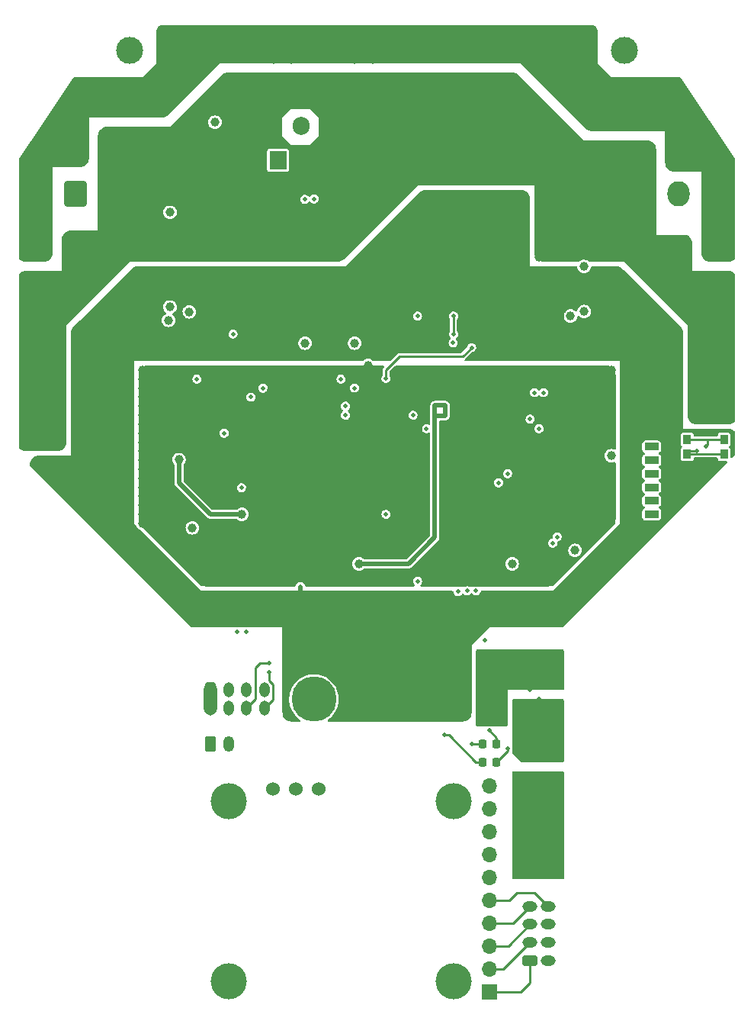
<source format=gbr>
G04 #@! TF.GenerationSoftware,KiCad,Pcbnew,(6.0.8)*
G04 #@! TF.CreationDate,2022-10-28T20:08:30+09:00*
G04 #@! TF.ProjectId,ORION_boost_v2,4f52494f-4e5f-4626-9f6f-73745f76322e,rev?*
G04 #@! TF.SameCoordinates,Original*
G04 #@! TF.FileFunction,Copper,L1,Top*
G04 #@! TF.FilePolarity,Positive*
%FSLAX46Y46*%
G04 Gerber Fmt 4.6, Leading zero omitted, Abs format (unit mm)*
G04 Created by KiCad (PCBNEW (6.0.8)) date 2022-10-28 20:08:30*
%MOMM*%
%LPD*%
G01*
G04 APERTURE LIST*
G04 Aperture macros list*
%AMRoundRect*
0 Rectangle with rounded corners*
0 $1 Rounding radius*
0 $2 $3 $4 $5 $6 $7 $8 $9 X,Y pos of 4 corners*
0 Add a 4 corners polygon primitive as box body*
4,1,4,$2,$3,$4,$5,$6,$7,$8,$9,$2,$3,0*
0 Add four circle primitives for the rounded corners*
1,1,$1+$1,$2,$3*
1,1,$1+$1,$4,$5*
1,1,$1+$1,$6,$7*
1,1,$1+$1,$8,$9*
0 Add four rect primitives between the rounded corners*
20,1,$1+$1,$2,$3,$4,$5,0*
20,1,$1+$1,$4,$5,$6,$7,0*
20,1,$1+$1,$6,$7,$8,$9,0*
20,1,$1+$1,$8,$9,$2,$3,0*%
G04 Aperture macros list end*
G04 #@! TA.AperFunction,ComponentPad*
%ADD10RoundRect,0.250000X-0.980000X-1.150000X0.980000X-1.150000X0.980000X1.150000X-0.980000X1.150000X0*%
G04 #@! TD*
G04 #@! TA.AperFunction,ComponentPad*
%ADD11O,2.460000X2.800000*%
G04 #@! TD*
G04 #@! TA.AperFunction,ComponentPad*
%ADD12R,3.800000X3.800000*%
G04 #@! TD*
G04 #@! TA.AperFunction,ComponentPad*
%ADD13C,3.800000*%
G04 #@! TD*
G04 #@! TA.AperFunction,ComponentPad*
%ADD14RoundRect,0.250000X-0.350000X-0.575000X0.350000X-0.575000X0.350000X0.575000X-0.350000X0.575000X0*%
G04 #@! TD*
G04 #@! TA.AperFunction,ComponentPad*
%ADD15O,1.200000X1.650000*%
G04 #@! TD*
G04 #@! TA.AperFunction,ComponentPad*
%ADD16RoundRect,0.250000X0.575000X-0.350000X0.575000X0.350000X-0.575000X0.350000X-0.575000X-0.350000X0*%
G04 #@! TD*
G04 #@! TA.AperFunction,ComponentPad*
%ADD17O,1.650000X1.200000*%
G04 #@! TD*
G04 #@! TA.AperFunction,ComponentPad*
%ADD18R,1.700000X1.700000*%
G04 #@! TD*
G04 #@! TA.AperFunction,ComponentPad*
%ADD19O,1.700000X1.700000*%
G04 #@! TD*
G04 #@! TA.AperFunction,ComponentPad*
%ADD20C,5.000000*%
G04 #@! TD*
G04 #@! TA.AperFunction,SMDPad,CuDef*
%ADD21RoundRect,0.218750X0.218750X0.256250X-0.218750X0.256250X-0.218750X-0.256250X0.218750X-0.256250X0*%
G04 #@! TD*
G04 #@! TA.AperFunction,ComponentPad*
%ADD22RoundRect,0.500000X-0.500000X2.000000X-0.500000X-2.000000X0.500000X-2.000000X0.500000X2.000000X0*%
G04 #@! TD*
G04 #@! TA.AperFunction,SMDPad,CuDef*
%ADD23RoundRect,0.218750X-0.218750X-0.256250X0.218750X-0.256250X0.218750X0.256250X-0.218750X0.256250X0*%
G04 #@! TD*
G04 #@! TA.AperFunction,ComponentPad*
%ADD24R,2.000000X2.000000*%
G04 #@! TD*
G04 #@! TA.AperFunction,ComponentPad*
%ADD25C,2.000000*%
G04 #@! TD*
G04 #@! TA.AperFunction,ComponentPad*
%ADD26RoundRect,0.250000X0.980000X1.150000X-0.980000X1.150000X-0.980000X-1.150000X0.980000X-1.150000X0*%
G04 #@! TD*
G04 #@! TA.AperFunction,ComponentPad*
%ADD27RoundRect,0.225000X-0.575000X0.225000X-0.575000X-0.225000X0.575000X-0.225000X0.575000X0.225000X0*%
G04 #@! TD*
G04 #@! TA.AperFunction,ComponentPad*
%ADD28C,1.524000*%
G04 #@! TD*
G04 #@! TA.AperFunction,ComponentPad*
%ADD29RoundRect,0.250000X-0.350000X-0.625000X0.350000X-0.625000X0.350000X0.625000X-0.350000X0.625000X0*%
G04 #@! TD*
G04 #@! TA.AperFunction,ComponentPad*
%ADD30O,1.200000X1.750000*%
G04 #@! TD*
G04 #@! TA.AperFunction,SMDPad,CuDef*
%ADD31R,0.900000X1.000000*%
G04 #@! TD*
G04 #@! TA.AperFunction,ComponentPad*
%ADD32R,1.905000X2.000000*%
G04 #@! TD*
G04 #@! TA.AperFunction,ComponentPad*
%ADD33O,1.905000X2.000000*%
G04 #@! TD*
G04 #@! TA.AperFunction,ComponentPad*
%ADD34C,2.200000*%
G04 #@! TD*
G04 #@! TA.AperFunction,ViaPad*
%ADD35C,1.000000*%
G04 #@! TD*
G04 #@! TA.AperFunction,ViaPad*
%ADD36C,3.000000*%
G04 #@! TD*
G04 #@! TA.AperFunction,ViaPad*
%ADD37C,4.000000*%
G04 #@! TD*
G04 #@! TA.AperFunction,ViaPad*
%ADD38C,0.500000*%
G04 #@! TD*
G04 #@! TA.AperFunction,Conductor*
%ADD39C,0.250000*%
G04 #@! TD*
G04 #@! TA.AperFunction,Conductor*
%ADD40C,0.500000*%
G04 #@! TD*
G04 #@! TA.AperFunction,Conductor*
%ADD41C,1.500000*%
G04 #@! TD*
G04 APERTURE END LIST*
D10*
X158520000Y-74950000D03*
D11*
X162480000Y-74950000D03*
D12*
X88000000Y-88000000D03*
D13*
X93000000Y-88000000D03*
D14*
X106500000Y-124000000D03*
D15*
X106500000Y-126000000D03*
X108500000Y-124000000D03*
X108500000Y-126000000D03*
X110500000Y-124000000D03*
X110500000Y-126000000D03*
X112500000Y-124000000D03*
X112500000Y-126000000D03*
D16*
X142000000Y-154000000D03*
D17*
X144000000Y-154000000D03*
X142000000Y-152000000D03*
X144000000Y-152000000D03*
X142000000Y-150000000D03*
X144000000Y-150000000D03*
X142000000Y-148000000D03*
X144000000Y-148000000D03*
D18*
X137500000Y-157500000D03*
D19*
X137500000Y-154960000D03*
X137500000Y-152420000D03*
X137500000Y-149880000D03*
X137500000Y-147340000D03*
X137500000Y-144800000D03*
X137500000Y-142260000D03*
X137500000Y-139720000D03*
X137500000Y-137180000D03*
X137500000Y-134640000D03*
D20*
X142500000Y-142500000D03*
D21*
X138287500Y-132000000D03*
X136712500Y-132000000D03*
D12*
X162000000Y-92500000D03*
D13*
X157000000Y-92500000D03*
D22*
X142500000Y-129250000D03*
X142500000Y-136750000D03*
D23*
X136712500Y-130000000D03*
X138287500Y-130000000D03*
D20*
X118000000Y-125000000D03*
D24*
X157132323Y-84500000D03*
D25*
X162132323Y-84500000D03*
D26*
X91480000Y-75050000D03*
D11*
X87520000Y-75050000D03*
D24*
X93000000Y-96000000D03*
D25*
X88000000Y-96000000D03*
D27*
X155500000Y-97000000D03*
X155500000Y-98500000D03*
X155500000Y-100000000D03*
X155500000Y-101500000D03*
X155500000Y-103000000D03*
X155500000Y-104500000D03*
D28*
X113460000Y-135000000D03*
X116000000Y-135000000D03*
X118540000Y-135000000D03*
D29*
X106500000Y-130000000D03*
D30*
X108500000Y-130000000D03*
D31*
X163550000Y-96200000D03*
X159450000Y-96200000D03*
X163550000Y-97800000D03*
X159450000Y-97800000D03*
D26*
X91480000Y-68950000D03*
D11*
X87520000Y-68950000D03*
D32*
X114000000Y-65217500D03*
D33*
X116540000Y-61407500D03*
X119080000Y-65217500D03*
D34*
X111500000Y-66500000D03*
X111500000Y-51500000D03*
D26*
X162480000Y-68950000D03*
D11*
X158520000Y-68950000D03*
D35*
X88500000Y-62000000D03*
X88500000Y-63000000D03*
X88500000Y-64000000D03*
X88500000Y-65000000D03*
X88500000Y-66000000D03*
X161500000Y-62000000D03*
X161500000Y-63000000D03*
X161500000Y-64000000D03*
X161500000Y-65000000D03*
X161500000Y-66000000D03*
D36*
X152500000Y-53000000D03*
D37*
X108500000Y-156300000D03*
X108500000Y-136300000D03*
D36*
X97500000Y-53000000D03*
D37*
X133500000Y-156300000D03*
X133500000Y-136300000D03*
D35*
X141500000Y-120000000D03*
X138500000Y-127000000D03*
X138500000Y-120000000D03*
X144500000Y-121500000D03*
X140500000Y-120000000D03*
X138500000Y-125000000D03*
X136500000Y-126000000D03*
X139500000Y-120000000D03*
X141500000Y-121500000D03*
X144500000Y-120000000D03*
X136500000Y-125000000D03*
X136500000Y-127000000D03*
X137500000Y-121500000D03*
X142500000Y-121500000D03*
X143500000Y-121500000D03*
D38*
X142000000Y-124000000D03*
D35*
X142500000Y-120000000D03*
X138500000Y-121500000D03*
X138500000Y-126000000D03*
X140500000Y-121500000D03*
X139500000Y-121500000D03*
X137500000Y-120000000D03*
X143500000Y-120000000D03*
D38*
X137500000Y-128500000D03*
X135000000Y-113000000D03*
D35*
X119500000Y-72000000D03*
X122500000Y-85500000D03*
X104000000Y-66000000D03*
X105000000Y-65000000D03*
X106000000Y-73000000D03*
X143000000Y-76000000D03*
X112000000Y-68000000D03*
X104000000Y-68000000D03*
X108000000Y-72000000D03*
X143000000Y-75000000D03*
X86000000Y-84000000D03*
X112000000Y-69000000D03*
X146000000Y-88500000D03*
X120500000Y-70000000D03*
X146000000Y-66000000D03*
X120500000Y-71000000D03*
X107000000Y-66000000D03*
D38*
X160500000Y-97500000D03*
D35*
X144000000Y-75000000D03*
X86000000Y-82000000D03*
X143000000Y-72000000D03*
X122500000Y-74000000D03*
X108000000Y-64000000D03*
X108000000Y-67000000D03*
X148000000Y-88500000D03*
X119500000Y-69000000D03*
X102000000Y-88500000D03*
X144000000Y-112000000D03*
X164000000Y-83000000D03*
X106000000Y-75000000D03*
X107000000Y-70000000D03*
X107000000Y-74000000D03*
X151000000Y-89500000D03*
X108000000Y-69000000D03*
X164000000Y-78000000D03*
X121500000Y-70000000D03*
X119500000Y-70000000D03*
X141000000Y-112000000D03*
X115000000Y-105000000D03*
X163000000Y-78000000D03*
X99000000Y-88500000D03*
X106000000Y-76000000D03*
X144000000Y-76000000D03*
X104000000Y-67000000D03*
X121500000Y-73000000D03*
X145000000Y-97000000D03*
X119472536Y-111972536D03*
X147000000Y-67000000D03*
X99000000Y-99500000D03*
X105000000Y-72000000D03*
X111000000Y-64000000D03*
X108000000Y-70000000D03*
X99000000Y-105500000D03*
X104000000Y-73000000D03*
X110000000Y-67000000D03*
X106000000Y-66000000D03*
X108000000Y-74000000D03*
X106000000Y-72000000D03*
X120500000Y-75000000D03*
X162000000Y-78000000D03*
X151000000Y-93500000D03*
X107000000Y-76000000D03*
X120500000Y-76000000D03*
X112000000Y-65000000D03*
X151000000Y-103000000D03*
X107000000Y-73000000D03*
X145000000Y-69000000D03*
X101838578Y-82972169D03*
X144000000Y-73000000D03*
X103000000Y-67000000D03*
X86000000Y-78000000D03*
X119500000Y-73000000D03*
X147500000Y-94500000D03*
D38*
X133500000Y-84500000D03*
D35*
X145000000Y-63000000D03*
X120500000Y-72000000D03*
X146000000Y-93000000D03*
X117500000Y-105000000D03*
X120500000Y-73000000D03*
X107000000Y-68000000D03*
X103000000Y-66000000D03*
X104000000Y-64000000D03*
X145000000Y-70000000D03*
X125000000Y-91500000D03*
X104000000Y-72000000D03*
X88000000Y-78000000D03*
X146000000Y-64000000D03*
X120500000Y-67000000D03*
X151000000Y-92500000D03*
X107000000Y-75000000D03*
X104000000Y-75000000D03*
X111000000Y-65000000D03*
X147000000Y-66000000D03*
X147000000Y-68000000D03*
X143000000Y-73000000D03*
X99000000Y-98500000D03*
X107000000Y-72000000D03*
X115000000Y-94500000D03*
X105000000Y-74000000D03*
X107000000Y-65000000D03*
X105000000Y-64000000D03*
X108000000Y-68000000D03*
X146000000Y-67000000D03*
X111000000Y-68000000D03*
X110000000Y-68000000D03*
X107000000Y-67000000D03*
X164000000Y-82000000D03*
X86000000Y-81000000D03*
X110000000Y-65000000D03*
X151000000Y-105000000D03*
X99000000Y-95500000D03*
X103000000Y-65000000D03*
X105000000Y-75000000D03*
X99000000Y-97500000D03*
X145000000Y-64000000D03*
X144000000Y-71000000D03*
X108000000Y-112000000D03*
X108000000Y-75000000D03*
X103000000Y-95000000D03*
X144000000Y-72000000D03*
X151000000Y-104000000D03*
X99000000Y-101500000D03*
X108000000Y-73000000D03*
X106000000Y-65000000D03*
X111000000Y-69000000D03*
X115000000Y-112000000D03*
X124000000Y-88000000D03*
X146000000Y-71000000D03*
X145000000Y-73000000D03*
X120500000Y-68000000D03*
X142000000Y-112000000D03*
X108000000Y-65000000D03*
X106000000Y-74000000D03*
X107000000Y-69000000D03*
X146000000Y-63000000D03*
X121500000Y-71000000D03*
X87000000Y-78000000D03*
X146000000Y-69000000D03*
X99000000Y-104500000D03*
X147000000Y-64000000D03*
X147000000Y-88500000D03*
X147000000Y-71000000D03*
X151000000Y-88500000D03*
X146000000Y-65000000D03*
X120500000Y-69000000D03*
X99000000Y-102500000D03*
X107000000Y-71000000D03*
X146000000Y-70000000D03*
X104000000Y-65000000D03*
X86000000Y-83000000D03*
X151000000Y-91500000D03*
X150000000Y-88500000D03*
X146000000Y-62000000D03*
X89000000Y-78000000D03*
X119500000Y-74000000D03*
X119500000Y-71000000D03*
X124000000Y-105000000D03*
X104161422Y-82027831D03*
X144000000Y-74000000D03*
X147000000Y-63000000D03*
X105000000Y-76000000D03*
X105000000Y-66000000D03*
X151000000Y-90500000D03*
X121500000Y-69000000D03*
X145000000Y-72000000D03*
X164000000Y-81000000D03*
X99000000Y-89500000D03*
X121500000Y-75000000D03*
X110000000Y-69000000D03*
X121500000Y-72000000D03*
X149000000Y-88500000D03*
X145000000Y-62000000D03*
X112000000Y-64000000D03*
X86000000Y-79000000D03*
X105000000Y-73000000D03*
X106000000Y-67000000D03*
X103000000Y-64000000D03*
X103000000Y-88500000D03*
X108000000Y-76000000D03*
X106000000Y-64000000D03*
X99000000Y-100500000D03*
X145000000Y-68000000D03*
X122500000Y-73000000D03*
D38*
X133500000Y-82500000D03*
D35*
X120500000Y-74000000D03*
X105000000Y-68000000D03*
X99000000Y-96500000D03*
X86000000Y-80000000D03*
X106000000Y-70000000D03*
X105000000Y-67000000D03*
X140500000Y-99500000D03*
X103000000Y-68000000D03*
X121500000Y-74000000D03*
X147000000Y-65000000D03*
X106000000Y-71000000D03*
X108000000Y-71000000D03*
X145000000Y-74000000D03*
X145000000Y-71000000D03*
X145000000Y-67000000D03*
X107000000Y-64000000D03*
X119500000Y-75000000D03*
X99000000Y-92500000D03*
X104000000Y-74000000D03*
X106000000Y-68000000D03*
X164000000Y-79000000D03*
X101000000Y-88500000D03*
X164000000Y-80000000D03*
X100000000Y-88500000D03*
X134000000Y-92000000D03*
X99000000Y-103500000D03*
X151000000Y-94500000D03*
X110000000Y-66000000D03*
X106000000Y-69000000D03*
D38*
X125175000Y-101000000D03*
D35*
X123000000Y-92500000D03*
X117500000Y-102000000D03*
X148000000Y-72500000D03*
X147000000Y-69000000D03*
X110000000Y-64000000D03*
X99000000Y-93500000D03*
X145000000Y-75000000D03*
X145000000Y-65000000D03*
X143000000Y-74000000D03*
X99000000Y-94500000D03*
X99000000Y-90500000D03*
X143000000Y-112000000D03*
X146000000Y-68000000D03*
X146500000Y-82500000D03*
X147000000Y-70000000D03*
D38*
X127000000Y-99000000D03*
D35*
X99000000Y-91500000D03*
X86000000Y-85000000D03*
X161000000Y-78000000D03*
X145000000Y-66000000D03*
X104000000Y-76000000D03*
X122500000Y-72000000D03*
X119500000Y-76000000D03*
X108000000Y-66000000D03*
D38*
X131425500Y-92425500D03*
D35*
X140000000Y-110000000D03*
X123000000Y-110000000D03*
D38*
X132574500Y-93574500D03*
X132574500Y-92425500D03*
X129500000Y-82500000D03*
X131425500Y-93574500D03*
X118000000Y-69500000D03*
X121000000Y-89500000D03*
X105000000Y-89500000D03*
D35*
X113500000Y-54000000D03*
X86500000Y-71000000D03*
X114500000Y-53000000D03*
X162500000Y-73000000D03*
X162500000Y-67000000D03*
X87500000Y-67000000D03*
X163500000Y-67000000D03*
X123500000Y-51000000D03*
X124500000Y-54000000D03*
X114500000Y-51000000D03*
X163500000Y-73000000D03*
X161500000Y-67000000D03*
X87500000Y-71000000D03*
X88500000Y-73000000D03*
X162500000Y-72000000D03*
X161500000Y-73000000D03*
X87500000Y-73000000D03*
X88500000Y-72000000D03*
X122500000Y-52000000D03*
X161500000Y-72000000D03*
X86500000Y-72000000D03*
X86500000Y-67000000D03*
X86500000Y-73000000D03*
X115500000Y-52000000D03*
X123500000Y-53000000D03*
X122500000Y-54000000D03*
X115500000Y-54000000D03*
X88500000Y-67000000D03*
X163500000Y-71000000D03*
X113500000Y-52000000D03*
X124500000Y-52000000D03*
X161500000Y-71000000D03*
X87500000Y-72000000D03*
X162500000Y-71000000D03*
X88500000Y-71000000D03*
X163500000Y-72000000D03*
X148000000Y-77000000D03*
X148000000Y-82000000D03*
X102000000Y-81500000D03*
X102000000Y-71000000D03*
X107000000Y-61000000D03*
D38*
X109000000Y-84500000D03*
X112325000Y-90500000D03*
X122500000Y-90500000D03*
X116985214Y-69542247D03*
X133459953Y-85470709D03*
D35*
X129000000Y-118000000D03*
X125000000Y-124000000D03*
X141000000Y-70500000D03*
X132000000Y-72500000D03*
X126000000Y-125000000D03*
X132000000Y-124000000D03*
X139000000Y-71500000D03*
X133000000Y-125000000D03*
X134000000Y-124000000D03*
X126000000Y-120000000D03*
X129000000Y-71500000D03*
X129000000Y-127000000D03*
X126000000Y-123000000D03*
X125000000Y-122000000D03*
X124000000Y-125000000D03*
X128000000Y-122000000D03*
X128000000Y-123000000D03*
X133000000Y-72500000D03*
X132000000Y-126000000D03*
X139000000Y-70500000D03*
X128000000Y-120000000D03*
X134000000Y-120000000D03*
X130000000Y-125000000D03*
X127000000Y-123000000D03*
X136000000Y-71500000D03*
X133000000Y-124000000D03*
X128000000Y-118000000D03*
X132000000Y-125000000D03*
X134000000Y-70500000D03*
X127000000Y-125000000D03*
X130000000Y-118000000D03*
X133000000Y-118000000D03*
X131000000Y-71500000D03*
X135000000Y-72500000D03*
X140000000Y-69500000D03*
X135000000Y-70500000D03*
X125000000Y-123000000D03*
X130000000Y-72500000D03*
X128000000Y-119000000D03*
X124000000Y-120000000D03*
X129000000Y-72500000D03*
X127000000Y-121000000D03*
X126000000Y-119000000D03*
X129000000Y-125000000D03*
D38*
X139500000Y-130500000D03*
D35*
X126000000Y-122000000D03*
X125000000Y-121000000D03*
X140000000Y-70500000D03*
X132000000Y-69500000D03*
X128000000Y-72500000D03*
X128000000Y-125000000D03*
X137000000Y-72500000D03*
X138000000Y-72500000D03*
X125000000Y-125000000D03*
X131000000Y-69500000D03*
X125000000Y-127000000D03*
X138000000Y-69500000D03*
X127000000Y-118000000D03*
X125000000Y-119000000D03*
X124000000Y-126000000D03*
X130000000Y-127000000D03*
X130000000Y-70500000D03*
X133000000Y-70500000D03*
X136000000Y-72500000D03*
X133000000Y-127000000D03*
X130000000Y-126000000D03*
X124000000Y-127000000D03*
X124000000Y-123000000D03*
X128000000Y-121000000D03*
X134000000Y-69500000D03*
X124000000Y-118000000D03*
X133000000Y-126000000D03*
X137000000Y-70500000D03*
X126000000Y-127000000D03*
X131000000Y-118000000D03*
X124000000Y-124000000D03*
X138000000Y-71500000D03*
X131000000Y-127000000D03*
X124000000Y-119000000D03*
X134000000Y-122000000D03*
X131000000Y-125000000D03*
X125000000Y-126000000D03*
X133000000Y-69500000D03*
X127000000Y-124000000D03*
X137000000Y-69500000D03*
X135974091Y-70482363D03*
X124000000Y-122000000D03*
X137000000Y-71500000D03*
X134000000Y-71500000D03*
X134000000Y-121000000D03*
X134000000Y-126000000D03*
X139000000Y-69500000D03*
X127000000Y-122000000D03*
X129000000Y-124000000D03*
X134000000Y-118000000D03*
X131000000Y-72500000D03*
X131000000Y-124000000D03*
X130000000Y-124000000D03*
X138000000Y-70500000D03*
X132000000Y-71500000D03*
X131000000Y-126000000D03*
X129000000Y-126000000D03*
X132000000Y-118000000D03*
X136000000Y-69500000D03*
X132000000Y-70500000D03*
X131000000Y-70500000D03*
X124000000Y-121000000D03*
X132000000Y-127000000D03*
X128000000Y-126000000D03*
X127000000Y-120000000D03*
X126000000Y-118000000D03*
X141000000Y-69500000D03*
X125000000Y-120000000D03*
X133000000Y-71500000D03*
X128000000Y-124000000D03*
X126000000Y-124000000D03*
X127000000Y-126000000D03*
X128000000Y-127000000D03*
X134000000Y-123000000D03*
X134000000Y-127000000D03*
X127000000Y-119000000D03*
X126000000Y-126000000D03*
X140000000Y-71500000D03*
X134000000Y-119000000D03*
X126000000Y-121000000D03*
X127000000Y-127000000D03*
X125000000Y-118000000D03*
X135000000Y-69500000D03*
X130000000Y-71500000D03*
D38*
X116500000Y-112500000D03*
D35*
X134000000Y-72500000D03*
X134000000Y-125000000D03*
X135000000Y-71500000D03*
X139000000Y-72500000D03*
X151000000Y-98000000D03*
X103000000Y-98434000D03*
X110000000Y-104500000D03*
D38*
X121500000Y-92500000D03*
X111000000Y-91500000D03*
X144500000Y-107699500D03*
X110500000Y-117500000D03*
X145000000Y-107000000D03*
X109500000Y-117500000D03*
X130500000Y-95000000D03*
X161500000Y-97000000D03*
X126001039Y-89425555D03*
X135500000Y-86000000D03*
X143500000Y-91000000D03*
X142500000Y-91000000D03*
X142000000Y-93925500D03*
X143000000Y-95000000D03*
D35*
X140500000Y-137500000D03*
X142500000Y-139500000D03*
X140500000Y-139500000D03*
X144500000Y-135500000D03*
X140500000Y-138500000D03*
X144500000Y-134500000D03*
X142500000Y-133500000D03*
X141500000Y-139500000D03*
X143500000Y-133500000D03*
X140500000Y-135500000D03*
X141500000Y-133500000D03*
X140500000Y-136500000D03*
X143500000Y-139500000D03*
X144500000Y-139500000D03*
X144500000Y-138500000D03*
X144500000Y-133500000D03*
X140500000Y-134500000D03*
X144500000Y-137500000D03*
X144500000Y-136500000D03*
X140500000Y-133500000D03*
D38*
X109954303Y-101545697D03*
X138500000Y-101000000D03*
D35*
X117000000Y-85500000D03*
D38*
X108025000Y-95500000D03*
X121500000Y-93500000D03*
X113000000Y-121000000D03*
X113000000Y-122000000D03*
D35*
X147000000Y-108500000D03*
X104500000Y-106000000D03*
D38*
X137000000Y-118500000D03*
X134000000Y-113074500D03*
D35*
X143500000Y-126500000D03*
X144500000Y-130500000D03*
X144500000Y-131500000D03*
D38*
X136000000Y-113000000D03*
D35*
X142500000Y-126500000D03*
X140500000Y-128500000D03*
X144500000Y-128500000D03*
D38*
X143000000Y-125000000D03*
D35*
X144500000Y-129500000D03*
X140500000Y-129500000D03*
X140500000Y-130500000D03*
X140500000Y-127500000D03*
X144500000Y-127500000D03*
X140500000Y-126500000D03*
X144500000Y-126500000D03*
X141500000Y-126500000D03*
D38*
X129500000Y-111925500D03*
X129000000Y-93500000D03*
X126000000Y-104500000D03*
X139500000Y-100000000D03*
X135500000Y-130000000D03*
X132500000Y-129000000D03*
D39*
X138287500Y-129287500D02*
X137500000Y-128500000D01*
X138287500Y-130000000D02*
X138287500Y-129287500D01*
X159750000Y-97500000D02*
X159450000Y-97800000D01*
D40*
X132500000Y-90500000D02*
X134000000Y-92000000D01*
X115000000Y-105000000D02*
X115000000Y-94500000D01*
X146000000Y-93000000D02*
X147500000Y-94500000D01*
D39*
X160500000Y-97500000D02*
X159750000Y-97500000D01*
D40*
X127000000Y-99175000D02*
X125175000Y-101000000D01*
D39*
X119472536Y-111972536D02*
X120000000Y-111445072D01*
D40*
X103000000Y-95000000D02*
X105000000Y-95000000D01*
X145000000Y-97000000D02*
X139000000Y-97000000D01*
X120000000Y-108500000D02*
X120000000Y-107500000D01*
X105000000Y-95000000D02*
X115000000Y-105000000D01*
X139000000Y-97000000D02*
X134000000Y-92000000D01*
X118500000Y-101000000D02*
X125175000Y-101000000D01*
D39*
X133500000Y-82500000D02*
X133500000Y-84500000D01*
D40*
X115000000Y-94500000D02*
X118300000Y-91200000D01*
X124000000Y-105000000D02*
X117500000Y-105000000D01*
D41*
X106500000Y-124000000D02*
X106500000Y-126000000D01*
D40*
X117500000Y-102000000D02*
X118500000Y-101000000D01*
X120000000Y-107500000D02*
X117500000Y-105000000D01*
X124000000Y-90500000D02*
X132500000Y-90500000D01*
X118300000Y-91200000D02*
X123300000Y-91200000D01*
D39*
X159450000Y-97800000D02*
X163550000Y-97800000D01*
D40*
X127000000Y-99000000D02*
X127000000Y-99175000D01*
X123300000Y-91200000D02*
X124000000Y-90500000D01*
X124000000Y-88000000D02*
X124000000Y-90500000D01*
X147500000Y-94500000D02*
X145000000Y-97000000D01*
D39*
X120000000Y-111445072D02*
X120000000Y-108500000D01*
D40*
X123000000Y-110000000D02*
X128500000Y-110000000D01*
X132574500Y-93574500D02*
X131425500Y-93574500D01*
X131425500Y-93574500D02*
X131425500Y-92425500D01*
X128500000Y-110000000D02*
X131425500Y-107074500D01*
X131425500Y-92425500D02*
X132574500Y-92425500D01*
X132574500Y-92425500D02*
X132574500Y-93574500D01*
X131425500Y-107074500D02*
X131425500Y-93574500D01*
X127000000Y-116500000D02*
X127000000Y-118000000D01*
X116500000Y-114000000D02*
X117500000Y-115000000D01*
D39*
X138287500Y-132000000D02*
X139500000Y-130787500D01*
D40*
X125500000Y-115000000D02*
X127000000Y-116500000D01*
X116500000Y-112500000D02*
X116500000Y-114000000D01*
X117500000Y-115000000D02*
X125500000Y-115000000D01*
D39*
X139500000Y-130787500D02*
X139500000Y-130500000D01*
D40*
X103000000Y-101000000D02*
X103000000Y-98434000D01*
X106500000Y-104500000D02*
X103000000Y-101000000D01*
X110000000Y-104500000D02*
X106500000Y-104500000D01*
D39*
X161700000Y-96200000D02*
X161700000Y-96800000D01*
X163550000Y-96200000D02*
X161700000Y-96200000D01*
X161700000Y-96800000D02*
X161500000Y-97000000D01*
X161700000Y-96200000D02*
X159450000Y-96200000D01*
X127500000Y-87000000D02*
X134500000Y-87000000D01*
X126001039Y-88498961D02*
X127500000Y-87000000D01*
X126001039Y-89425555D02*
X126001039Y-88498961D01*
X134500000Y-87000000D02*
X135500000Y-86000000D01*
X139040000Y-154960000D02*
X142000000Y-152000000D01*
X137500000Y-154960000D02*
X139040000Y-154960000D01*
X137500000Y-152420000D02*
X139580000Y-152420000D01*
X139580000Y-152420000D02*
X142000000Y-150000000D01*
X137500000Y-149880000D02*
X140120000Y-149880000D01*
X140120000Y-149880000D02*
X142000000Y-148000000D01*
X140500000Y-146500000D02*
X139660000Y-147340000D01*
X139660000Y-147340000D02*
X137500000Y-147340000D01*
X142500000Y-146500000D02*
X140500000Y-146500000D01*
X144000000Y-148000000D02*
X142500000Y-146500000D01*
X111500000Y-125000000D02*
X110500000Y-126000000D01*
X113000000Y-121000000D02*
X112000000Y-121000000D01*
X111500000Y-121500000D02*
X111500000Y-125000000D01*
X112000000Y-121000000D02*
X111500000Y-121500000D01*
X113425000Y-123391852D02*
X113425000Y-125075000D01*
X113000000Y-122000000D02*
X113000000Y-122966852D01*
X113425000Y-125075000D02*
X112500000Y-126000000D01*
X113000000Y-122966852D02*
X113425000Y-123391852D01*
X135500000Y-130000000D02*
X136712500Y-130000000D01*
X136000000Y-132000000D02*
X136712500Y-132000000D01*
X133000000Y-129000000D02*
X136000000Y-132000000D01*
X132500000Y-129000000D02*
X133000000Y-129000000D01*
X137500000Y-157500000D02*
X141000000Y-157500000D01*
X142000000Y-156500000D02*
X142000000Y-154000000D01*
X141000000Y-157500000D02*
X142000000Y-156500000D01*
G04 #@! TA.AperFunction,Conductor*
G36*
X140091949Y-55500607D02*
G01*
X140268527Y-55517999D01*
X140292744Y-55522815D01*
X140456596Y-55572518D01*
X140479416Y-55581971D01*
X140630412Y-55662680D01*
X140650950Y-55676403D01*
X140788114Y-55788971D01*
X140797275Y-55797275D01*
X148000000Y-63000000D01*
X154993813Y-63000000D01*
X155006163Y-63000607D01*
X155182740Y-63017999D01*
X155206957Y-63022815D01*
X155370809Y-63072518D01*
X155393629Y-63081971D01*
X155544631Y-63162683D01*
X155565158Y-63176399D01*
X155697521Y-63285026D01*
X155714974Y-63302479D01*
X155823601Y-63434842D01*
X155837319Y-63455372D01*
X155918029Y-63606371D01*
X155927482Y-63629190D01*
X155977185Y-63793043D01*
X155982002Y-63817263D01*
X155999393Y-63993837D01*
X156000000Y-64006187D01*
X156000000Y-73500000D01*
X158993813Y-73500000D01*
X159006163Y-73500607D01*
X159182740Y-73517999D01*
X159206957Y-73522815D01*
X159370809Y-73572518D01*
X159393629Y-73581971D01*
X159544631Y-73662683D01*
X159565158Y-73676399D01*
X159697521Y-73785026D01*
X159714974Y-73802479D01*
X159823601Y-73934842D01*
X159837319Y-73955372D01*
X159918029Y-74106371D01*
X159927482Y-74129190D01*
X159977185Y-74293043D01*
X159982002Y-74317263D01*
X159999393Y-74493837D01*
X160000000Y-74506187D01*
X160000000Y-77500000D01*
X163993813Y-77500000D01*
X164006163Y-77500607D01*
X164182740Y-77517999D01*
X164206957Y-77522815D01*
X164370809Y-77572518D01*
X164393629Y-77581971D01*
X164544631Y-77662683D01*
X164565158Y-77676399D01*
X164697515Y-77785021D01*
X164714977Y-77802484D01*
X164720899Y-77809700D01*
X164748653Y-77875047D01*
X164749500Y-77889633D01*
X164749500Y-94110367D01*
X164729498Y-94178488D01*
X164720899Y-94190300D01*
X164714977Y-94197516D01*
X164697515Y-94214979D01*
X164565158Y-94323601D01*
X164544631Y-94337317D01*
X164452417Y-94386607D01*
X164393629Y-94418029D01*
X164370810Y-94427482D01*
X164206957Y-94477185D01*
X164182740Y-94482001D01*
X164006163Y-94499393D01*
X163993813Y-94500000D01*
X160506187Y-94500000D01*
X160493837Y-94499393D01*
X160317260Y-94482001D01*
X160293043Y-94477185D01*
X160129190Y-94427482D01*
X160106371Y-94418029D01*
X160047583Y-94386607D01*
X159955369Y-94337317D01*
X159934842Y-94323601D01*
X159802479Y-94214974D01*
X159785026Y-94197521D01*
X159676399Y-94065158D01*
X159662681Y-94044628D01*
X159581971Y-93893629D01*
X159572518Y-93870809D01*
X159522815Y-93706957D01*
X159517998Y-93682737D01*
X159500607Y-93506163D01*
X159500000Y-93493813D01*
X159500000Y-83500000D01*
X152500000Y-76500000D01*
X148613669Y-76500000D01*
X148545548Y-76479998D01*
X148524263Y-76462784D01*
X148478205Y-76416403D01*
X148478201Y-76416400D01*
X148473242Y-76411406D01*
X148331079Y-76321187D01*
X148172462Y-76264706D01*
X148165474Y-76263873D01*
X148165471Y-76263872D01*
X148072300Y-76252762D01*
X148005273Y-76244769D01*
X147998270Y-76245505D01*
X147998269Y-76245505D01*
X147952712Y-76250293D01*
X147837821Y-76262369D01*
X147831155Y-76264638D01*
X147831152Y-76264639D01*
X147685098Y-76314360D01*
X147685095Y-76314361D01*
X147678431Y-76316630D01*
X147672436Y-76320318D01*
X147672432Y-76320320D01*
X147541021Y-76401165D01*
X147541019Y-76401167D01*
X147535022Y-76404856D01*
X147511917Y-76427482D01*
X147474603Y-76464023D01*
X147411938Y-76497394D01*
X147386445Y-76500000D01*
X143506187Y-76500000D01*
X143493837Y-76499393D01*
X143473541Y-76497394D01*
X143317260Y-76482001D01*
X143293043Y-76477185D01*
X143129190Y-76427482D01*
X143106371Y-76418029D01*
X143047583Y-76386607D01*
X142955369Y-76337317D01*
X142934842Y-76323601D01*
X142802479Y-76214974D01*
X142785026Y-76197521D01*
X142676399Y-76065158D01*
X142662681Y-76044628D01*
X142581971Y-75893629D01*
X142572518Y-75870809D01*
X142522815Y-75706957D01*
X142517998Y-75682737D01*
X142500607Y-75506163D01*
X142500000Y-75493813D01*
X142500000Y-68000000D01*
X129500000Y-68000000D01*
X121297275Y-76202725D01*
X121288114Y-76211029D01*
X121150950Y-76323597D01*
X121130412Y-76337320D01*
X120979416Y-76418029D01*
X120956597Y-76427482D01*
X120792744Y-76477185D01*
X120768527Y-76482001D01*
X120612245Y-76497394D01*
X120591949Y-76499393D01*
X120579599Y-76500000D01*
X97500000Y-76500000D01*
X90500000Y-83500000D01*
X90500000Y-96493813D01*
X90499393Y-96506163D01*
X90482002Y-96682737D01*
X90477185Y-96706957D01*
X90427482Y-96870809D01*
X90418029Y-96893629D01*
X90337319Y-97044628D01*
X90323601Y-97065158D01*
X90214974Y-97197521D01*
X90197521Y-97214974D01*
X90065158Y-97323601D01*
X90044631Y-97337317D01*
X89952417Y-97386607D01*
X89893629Y-97418029D01*
X89870810Y-97427482D01*
X89706957Y-97477185D01*
X89682740Y-97482001D01*
X89506163Y-97499393D01*
X89493813Y-97500000D01*
X86006187Y-97500000D01*
X85993837Y-97499393D01*
X85817260Y-97482001D01*
X85793043Y-97477185D01*
X85629190Y-97427482D01*
X85606371Y-97418029D01*
X85547583Y-97386607D01*
X85455369Y-97337317D01*
X85434842Y-97323601D01*
X85302485Y-97214979D01*
X85285023Y-97197516D01*
X85279101Y-97190300D01*
X85251347Y-97124953D01*
X85250500Y-97110367D01*
X85250500Y-77889633D01*
X85270502Y-77821512D01*
X85279101Y-77809700D01*
X85285023Y-77802484D01*
X85302485Y-77785021D01*
X85434842Y-77676399D01*
X85455369Y-77662683D01*
X85606371Y-77581971D01*
X85629191Y-77572518D01*
X85793043Y-77522815D01*
X85817260Y-77517999D01*
X85993837Y-77500607D01*
X86006187Y-77500000D01*
X90000000Y-77500000D01*
X90000000Y-74006187D01*
X90000607Y-73993837D01*
X90017999Y-73817260D01*
X90022815Y-73793043D01*
X90072518Y-73629190D01*
X90081971Y-73606371D01*
X90126632Y-73522816D01*
X90162683Y-73455369D01*
X90176399Y-73434842D01*
X90285026Y-73302479D01*
X90302479Y-73285026D01*
X90434842Y-73176399D01*
X90455369Y-73162683D01*
X90606371Y-73081971D01*
X90629191Y-73072518D01*
X90793043Y-73022815D01*
X90817260Y-73017999D01*
X90993837Y-73000607D01*
X91006187Y-73000000D01*
X94000000Y-73000000D01*
X94000000Y-70989455D01*
X101244825Y-70989455D01*
X101245512Y-70996462D01*
X101245512Y-70996465D01*
X101248081Y-71022661D01*
X101261255Y-71157025D01*
X101314402Y-71316791D01*
X101401624Y-71460812D01*
X101406513Y-71465875D01*
X101406514Y-71465876D01*
X101440447Y-71501014D01*
X101518586Y-71581929D01*
X101524483Y-71585788D01*
X101653577Y-71670266D01*
X101653581Y-71670268D01*
X101659475Y-71674125D01*
X101817289Y-71732815D01*
X101824270Y-71733746D01*
X101824272Y-71733747D01*
X101869812Y-71739823D01*
X101984183Y-71755083D01*
X101991194Y-71754445D01*
X101991198Y-71754445D01*
X102144843Y-71740462D01*
X102151864Y-71739823D01*
X102158566Y-71737645D01*
X102158568Y-71737645D01*
X102305298Y-71689970D01*
X102305301Y-71689969D01*
X102311997Y-71687793D01*
X102456623Y-71601578D01*
X102461717Y-71596727D01*
X102461721Y-71596724D01*
X102573454Y-71490322D01*
X102573455Y-71490320D01*
X102578554Y-71485465D01*
X102594934Y-71460812D01*
X102667836Y-71351085D01*
X102671731Y-71345223D01*
X102731521Y-71187823D01*
X102754955Y-71021088D01*
X102755249Y-71000000D01*
X102744577Y-70904856D01*
X102737266Y-70839672D01*
X102737265Y-70839669D01*
X102736481Y-70832676D01*
X102681108Y-70673668D01*
X102591884Y-70530879D01*
X102582161Y-70521088D01*
X102478205Y-70416403D01*
X102478201Y-70416400D01*
X102473242Y-70411406D01*
X102331079Y-70321187D01*
X102172462Y-70264706D01*
X102165474Y-70263873D01*
X102165471Y-70263872D01*
X102072300Y-70252762D01*
X102005273Y-70244769D01*
X101998270Y-70245505D01*
X101998269Y-70245505D01*
X101952712Y-70250293D01*
X101837821Y-70262369D01*
X101831155Y-70264638D01*
X101831152Y-70264639D01*
X101685098Y-70314360D01*
X101685095Y-70314361D01*
X101678431Y-70316630D01*
X101672436Y-70320318D01*
X101672432Y-70320320D01*
X101541021Y-70401165D01*
X101541019Y-70401167D01*
X101535022Y-70404856D01*
X101523231Y-70416403D01*
X101437865Y-70500000D01*
X101414724Y-70522661D01*
X101393053Y-70556288D01*
X101328133Y-70657025D01*
X101323515Y-70664190D01*
X101265927Y-70822409D01*
X101244825Y-70989455D01*
X94000000Y-70989455D01*
X94000000Y-69536070D01*
X116479605Y-69536070D01*
X116498194Y-69678226D01*
X116555934Y-69809450D01*
X116648184Y-69919195D01*
X116767527Y-69998637D01*
X116904371Y-70041389D01*
X116913343Y-70041553D01*
X116913346Y-70041554D01*
X116978677Y-70042751D01*
X117047713Y-70044017D01*
X117056747Y-70041554D01*
X117177372Y-70008668D01*
X117177374Y-70008667D01*
X117186031Y-70006307D01*
X117308205Y-69931292D01*
X117332134Y-69904856D01*
X117398392Y-69831654D01*
X117404414Y-69825001D01*
X117406996Y-69819673D01*
X117460486Y-69775362D01*
X117530966Y-69766820D01*
X117594877Y-69797739D01*
X117606723Y-69810034D01*
X117624897Y-69831654D01*
X117662970Y-69876948D01*
X117782313Y-69956390D01*
X117919157Y-69999142D01*
X117928129Y-69999306D01*
X117928132Y-69999307D01*
X117993463Y-70000504D01*
X118062499Y-70001770D01*
X118071533Y-69999307D01*
X118192158Y-69966421D01*
X118192160Y-69966420D01*
X118200817Y-69964060D01*
X118322991Y-69889045D01*
X118419200Y-69782754D01*
X118481710Y-69653733D01*
X118505496Y-69512354D01*
X118505647Y-69500000D01*
X118491373Y-69400329D01*
X118486596Y-69366968D01*
X118486595Y-69366965D01*
X118485323Y-69358082D01*
X118425984Y-69227572D01*
X118374662Y-69168010D01*
X118338260Y-69125763D01*
X118338257Y-69125760D01*
X118332400Y-69118963D01*
X118212095Y-69040985D01*
X118074739Y-68999907D01*
X118065763Y-68999852D01*
X118065762Y-68999852D01*
X118005555Y-68999484D01*
X117931376Y-68999031D01*
X117793529Y-69038428D01*
X117672280Y-69114930D01*
X117577377Y-69222388D01*
X117577154Y-69222863D01*
X117526279Y-69266065D01*
X117455908Y-69275467D01*
X117391625Y-69245331D01*
X117379630Y-69233183D01*
X117374795Y-69227572D01*
X117317614Y-69161210D01*
X117197309Y-69083232D01*
X117059953Y-69042154D01*
X117050977Y-69042099D01*
X117050976Y-69042099D01*
X116990769Y-69041731D01*
X116916590Y-69041278D01*
X116778743Y-69080675D01*
X116657494Y-69157177D01*
X116562591Y-69264635D01*
X116501661Y-69394410D01*
X116500280Y-69403282D01*
X116481938Y-69521088D01*
X116479605Y-69536070D01*
X94000000Y-69536070D01*
X94000000Y-66242174D01*
X112797000Y-66242174D01*
X112811534Y-66315240D01*
X112866899Y-66398101D01*
X112949760Y-66453466D01*
X113022826Y-66468000D01*
X114977174Y-66468000D01*
X115050240Y-66453466D01*
X115133101Y-66398101D01*
X115188466Y-66315240D01*
X115203000Y-66242174D01*
X115203000Y-64192826D01*
X115188466Y-64119760D01*
X115133101Y-64036899D01*
X115050240Y-63981534D01*
X114977174Y-63967000D01*
X113022826Y-63967000D01*
X112949760Y-63981534D01*
X112866899Y-64036899D01*
X112811534Y-64119760D01*
X112797000Y-64192826D01*
X112797000Y-66242174D01*
X94000000Y-66242174D01*
X94000000Y-62506187D01*
X94000304Y-62500000D01*
X114500000Y-62500000D01*
X115500000Y-63500000D01*
X117500000Y-63500000D01*
X118500000Y-62500000D01*
X118500000Y-60500000D01*
X117500000Y-59500000D01*
X115500000Y-59500000D01*
X114500000Y-60500000D01*
X114500000Y-62500000D01*
X94000304Y-62500000D01*
X94000607Y-62493837D01*
X94017998Y-62317263D01*
X94022815Y-62293043D01*
X94072518Y-62129190D01*
X94081971Y-62106371D01*
X94162681Y-61955372D01*
X94176399Y-61934842D01*
X94285026Y-61802479D01*
X94302479Y-61785026D01*
X94434842Y-61676399D01*
X94455369Y-61662683D01*
X94578770Y-61596724D01*
X94606371Y-61581971D01*
X94629191Y-61572518D01*
X94793043Y-61522815D01*
X94817260Y-61517999D01*
X94993837Y-61500607D01*
X95006187Y-61500000D01*
X102000000Y-61500000D01*
X102510545Y-60989455D01*
X106244825Y-60989455D01*
X106245512Y-60996462D01*
X106245512Y-60996465D01*
X106248311Y-61025010D01*
X106261255Y-61157025D01*
X106314402Y-61316791D01*
X106318049Y-61322813D01*
X106318050Y-61322815D01*
X106371703Y-61411406D01*
X106401624Y-61460812D01*
X106406513Y-61465875D01*
X106406514Y-61465876D01*
X106440054Y-61500607D01*
X106518586Y-61581929D01*
X106524483Y-61585788D01*
X106653577Y-61670266D01*
X106653581Y-61670268D01*
X106659475Y-61674125D01*
X106817289Y-61732815D01*
X106824270Y-61733746D01*
X106824272Y-61733747D01*
X106869812Y-61739823D01*
X106984183Y-61755083D01*
X106991194Y-61754445D01*
X106991198Y-61754445D01*
X107144843Y-61740462D01*
X107151864Y-61739823D01*
X107158566Y-61737645D01*
X107158568Y-61737645D01*
X107305298Y-61689970D01*
X107305301Y-61689969D01*
X107311997Y-61687793D01*
X107456623Y-61601578D01*
X107461717Y-61596727D01*
X107461721Y-61596724D01*
X107573454Y-61490322D01*
X107573455Y-61490320D01*
X107578554Y-61485465D01*
X107594934Y-61460812D01*
X107667836Y-61351085D01*
X107671731Y-61345223D01*
X107731521Y-61187823D01*
X107754955Y-61021088D01*
X107755249Y-61000000D01*
X107736481Y-60832676D01*
X107681108Y-60673668D01*
X107591884Y-60530879D01*
X107583723Y-60522661D01*
X107478205Y-60416403D01*
X107478201Y-60416400D01*
X107473242Y-60411406D01*
X107331079Y-60321187D01*
X107172462Y-60264706D01*
X107165474Y-60263873D01*
X107165471Y-60263872D01*
X107072300Y-60252762D01*
X107005273Y-60244769D01*
X106998270Y-60245505D01*
X106998269Y-60245505D01*
X106952712Y-60250293D01*
X106837821Y-60262369D01*
X106831155Y-60264638D01*
X106831152Y-60264639D01*
X106685098Y-60314360D01*
X106685095Y-60314361D01*
X106678431Y-60316630D01*
X106672436Y-60320318D01*
X106672432Y-60320320D01*
X106541021Y-60401165D01*
X106541019Y-60401167D01*
X106535022Y-60404856D01*
X106523231Y-60416403D01*
X106437865Y-60500000D01*
X106414724Y-60522661D01*
X106323515Y-60664190D01*
X106265927Y-60822409D01*
X106244825Y-60989455D01*
X102510545Y-60989455D01*
X107702725Y-55797275D01*
X107711886Y-55788971D01*
X107849050Y-55676403D01*
X107869588Y-55662680D01*
X108020584Y-55581971D01*
X108043404Y-55572518D01*
X108207256Y-55522815D01*
X108231473Y-55517999D01*
X108408051Y-55500607D01*
X108420401Y-55500000D01*
X140079599Y-55500000D01*
X140091949Y-55500607D01*
G37*
G04 #@! TD.AperFunction*
G04 #@! TA.AperFunction,Conductor*
G36*
X141006163Y-68500607D02*
G01*
X141182740Y-68517999D01*
X141206957Y-68522815D01*
X141370809Y-68572518D01*
X141393629Y-68581971D01*
X141544631Y-68662683D01*
X141565158Y-68676399D01*
X141697521Y-68785026D01*
X141714974Y-68802479D01*
X141823601Y-68934842D01*
X141837319Y-68955372D01*
X141918029Y-69106371D01*
X141927482Y-69129190D01*
X141977185Y-69293043D01*
X141982002Y-69317263D01*
X141999393Y-69493837D01*
X142000000Y-69506187D01*
X142000000Y-77000000D01*
X147131609Y-77000000D01*
X147199730Y-77020002D01*
X147246223Y-77073658D01*
X147257007Y-77113704D01*
X147261255Y-77157025D01*
X147314402Y-77316791D01*
X147318049Y-77322813D01*
X147318050Y-77322815D01*
X147371703Y-77411406D01*
X147401624Y-77460812D01*
X147406513Y-77465875D01*
X147406514Y-77465876D01*
X147461351Y-77522661D01*
X147518586Y-77581929D01*
X147524483Y-77585788D01*
X147653577Y-77670266D01*
X147653581Y-77670268D01*
X147659475Y-77674125D01*
X147817289Y-77732815D01*
X147824270Y-77733746D01*
X147824272Y-77733747D01*
X147869812Y-77739823D01*
X147984183Y-77755083D01*
X147991194Y-77754445D01*
X147991198Y-77754445D01*
X148144843Y-77740462D01*
X148151864Y-77739823D01*
X148158566Y-77737645D01*
X148158568Y-77737645D01*
X148305298Y-77689970D01*
X148305301Y-77689969D01*
X148311997Y-77687793D01*
X148456623Y-77601578D01*
X148461717Y-77596727D01*
X148461721Y-77596724D01*
X148573454Y-77490322D01*
X148573455Y-77490320D01*
X148578554Y-77485465D01*
X148594934Y-77460812D01*
X148667836Y-77351085D01*
X148671731Y-77345223D01*
X148731521Y-77187823D01*
X148742675Y-77108463D01*
X148771964Y-77043789D01*
X148831568Y-77005217D01*
X148867449Y-77000000D01*
X151579599Y-77000000D01*
X151591949Y-77000607D01*
X151768527Y-77017999D01*
X151792744Y-77022815D01*
X151956596Y-77072518D01*
X151979416Y-77081971D01*
X152130412Y-77162680D01*
X152150950Y-77176403D01*
X152288114Y-77288971D01*
X152297275Y-77297275D01*
X158702725Y-83702725D01*
X158711029Y-83711886D01*
X158823597Y-83849050D01*
X158837320Y-83869588D01*
X158918029Y-84020584D01*
X158927482Y-84043403D01*
X158977185Y-84207256D01*
X158982001Y-84231473D01*
X158993088Y-84344036D01*
X158999393Y-84408051D01*
X159000000Y-84420401D01*
X159000000Y-95000000D01*
X163993813Y-95000000D01*
X164006163Y-95000607D01*
X164182740Y-95017999D01*
X164206957Y-95022815D01*
X164370809Y-95072518D01*
X164393629Y-95081971D01*
X164544631Y-95162683D01*
X164565158Y-95176399D01*
X164697515Y-95285021D01*
X164714977Y-95302484D01*
X164720899Y-95309700D01*
X164748653Y-95375047D01*
X164749500Y-95389633D01*
X164749500Y-97844049D01*
X164729498Y-97912170D01*
X164712595Y-97933144D01*
X164465595Y-98180144D01*
X164403283Y-98214170D01*
X164332468Y-98209105D01*
X164275632Y-98166558D01*
X164250821Y-98100038D01*
X164250500Y-98091049D01*
X164250500Y-97275326D01*
X164235966Y-97202260D01*
X164180601Y-97119399D01*
X164170286Y-97112507D01*
X164170282Y-97112503D01*
X164158701Y-97104765D01*
X164113173Y-97050289D01*
X164104324Y-96979846D01*
X164134965Y-96915801D01*
X164158701Y-96895235D01*
X164170282Y-96887497D01*
X164170286Y-96887493D01*
X164180601Y-96880601D01*
X164235966Y-96797740D01*
X164250500Y-96724674D01*
X164250500Y-95675326D01*
X164235966Y-95602260D01*
X164222382Y-95581929D01*
X164187493Y-95529714D01*
X164180601Y-95519399D01*
X164097740Y-95464034D01*
X164024674Y-95449500D01*
X163075326Y-95449500D01*
X163002260Y-95464034D01*
X162919399Y-95519399D01*
X162912507Y-95529714D01*
X162877619Y-95581929D01*
X162864034Y-95602260D01*
X162849500Y-95675326D01*
X162849500Y-95698500D01*
X162829498Y-95766621D01*
X162775842Y-95813114D01*
X162723500Y-95824500D01*
X161721970Y-95824500D01*
X161711099Y-95824030D01*
X161670131Y-95820482D01*
X161660021Y-95822993D01*
X161649643Y-95823810D01*
X161649591Y-95823148D01*
X161638541Y-95824500D01*
X160276500Y-95824500D01*
X160208379Y-95804498D01*
X160161886Y-95750842D01*
X160150500Y-95698500D01*
X160150500Y-95675326D01*
X160135966Y-95602260D01*
X160122382Y-95581929D01*
X160087493Y-95529714D01*
X160080601Y-95519399D01*
X159997740Y-95464034D01*
X159924674Y-95449500D01*
X158975326Y-95449500D01*
X158902260Y-95464034D01*
X158819399Y-95519399D01*
X158812507Y-95529714D01*
X158777619Y-95581929D01*
X158764034Y-95602260D01*
X158749500Y-95675326D01*
X158749500Y-96724674D01*
X158764034Y-96797740D01*
X158819399Y-96880601D01*
X158829714Y-96887493D01*
X158829718Y-96887497D01*
X158841299Y-96895235D01*
X158886827Y-96949711D01*
X158895676Y-97020154D01*
X158865035Y-97084199D01*
X158841299Y-97104765D01*
X158829718Y-97112503D01*
X158829714Y-97112507D01*
X158819399Y-97119399D01*
X158764034Y-97202260D01*
X158749500Y-97275326D01*
X158749500Y-98324674D01*
X158764034Y-98397740D01*
X158819399Y-98480601D01*
X158902260Y-98535966D01*
X158975326Y-98550500D01*
X159924674Y-98550500D01*
X159997740Y-98535966D01*
X160080601Y-98480601D01*
X160135966Y-98397740D01*
X160150500Y-98324674D01*
X160150500Y-98301500D01*
X160170502Y-98233379D01*
X160224158Y-98186886D01*
X160276500Y-98175500D01*
X162723500Y-98175500D01*
X162791621Y-98195502D01*
X162838114Y-98249158D01*
X162849500Y-98301500D01*
X162849500Y-98324674D01*
X162864034Y-98397740D01*
X162919399Y-98480601D01*
X163002260Y-98535966D01*
X163075326Y-98550500D01*
X163791049Y-98550500D01*
X163859170Y-98570502D01*
X163905663Y-98624158D01*
X163915767Y-98694432D01*
X163886273Y-98759012D01*
X163880144Y-98765595D01*
X145849098Y-116796642D01*
X145830005Y-116812312D01*
X145829716Y-116812505D01*
X145829714Y-116812507D01*
X145819399Y-116819399D01*
X145783943Y-116872464D01*
X145764034Y-116902259D01*
X145761612Y-116914434D01*
X145761041Y-116915813D01*
X145716492Y-116971094D01*
X145656983Y-116992988D01*
X145608016Y-116997811D01*
X145591948Y-116999393D01*
X145579598Y-117000000D01*
X137500000Y-117000000D01*
X135500000Y-119000000D01*
X135500000Y-126493813D01*
X135499393Y-126506163D01*
X135489077Y-126610908D01*
X135482002Y-126682737D01*
X135477185Y-126706957D01*
X135428401Y-126867779D01*
X135427482Y-126870809D01*
X135418029Y-126893629D01*
X135337319Y-127044628D01*
X135323601Y-127065158D01*
X135214974Y-127197521D01*
X135197521Y-127214974D01*
X135065158Y-127323601D01*
X135044631Y-127337317D01*
X134952417Y-127386607D01*
X134893629Y-127418029D01*
X134870810Y-127427482D01*
X134706957Y-127477185D01*
X134682740Y-127482001D01*
X134506163Y-127499393D01*
X134493813Y-127500000D01*
X119629544Y-127500000D01*
X119561423Y-127479998D01*
X119514930Y-127426342D01*
X119504826Y-127356068D01*
X119534320Y-127291488D01*
X119553628Y-127273438D01*
X119562040Y-127267088D01*
X119789572Y-127095319D01*
X120028335Y-126865150D01*
X120237718Y-126607964D01*
X120341397Y-126443642D01*
X120412660Y-126330698D01*
X120412662Y-126330695D01*
X120414687Y-126327485D01*
X120419754Y-126316791D01*
X120555049Y-126031216D01*
X120556678Y-126027778D01*
X120565946Y-126000000D01*
X120627122Y-125816630D01*
X120661635Y-125713183D01*
X120728037Y-125388257D01*
X120754923Y-125057707D01*
X120755527Y-125000000D01*
X120754892Y-124989455D01*
X120735798Y-124672738D01*
X120735798Y-124672734D01*
X120735570Y-124668960D01*
X120675987Y-124342715D01*
X120577641Y-124025991D01*
X120565988Y-124000000D01*
X120499702Y-123852163D01*
X120441958Y-123723375D01*
X120270902Y-123439252D01*
X120268575Y-123436268D01*
X120268570Y-123436261D01*
X120069287Y-123180732D01*
X120069285Y-123180730D01*
X120066951Y-123177737D01*
X119833060Y-122942618D01*
X119812227Y-122926194D01*
X119575598Y-122739651D01*
X119572617Y-122737301D01*
X119289393Y-122564760D01*
X119168909Y-122509979D01*
X118990945Y-122429063D01*
X118990937Y-122429060D01*
X118987493Y-122427494D01*
X118671288Y-122327491D01*
X118526802Y-122300321D01*
X118349083Y-122266901D01*
X118349078Y-122266900D01*
X118345359Y-122266201D01*
X118014428Y-122244511D01*
X118010648Y-122244719D01*
X118010647Y-122244719D01*
X117912888Y-122250099D01*
X117683288Y-122262735D01*
X117679561Y-122263396D01*
X117679557Y-122263396D01*
X117414350Y-122310397D01*
X117356735Y-122320608D01*
X117353110Y-122321713D01*
X117353105Y-122321714D01*
X117104529Y-122397475D01*
X117039500Y-122417294D01*
X116736179Y-122551391D01*
X116625907Y-122616996D01*
X116454424Y-122719017D01*
X116454418Y-122719021D01*
X116451164Y-122720957D01*
X116188585Y-122923536D01*
X115952244Y-123156193D01*
X115745566Y-123415558D01*
X115743575Y-123418788D01*
X115694113Y-123499031D01*
X115571545Y-123697874D01*
X115569956Y-123701321D01*
X115434287Y-123995607D01*
X115434283Y-123995617D01*
X115432700Y-123999051D01*
X115431541Y-124002651D01*
X115431538Y-124002658D01*
X115332205Y-124311119D01*
X115331043Y-124314728D01*
X115330324Y-124318444D01*
X115330322Y-124318452D01*
X115268766Y-124636613D01*
X115268765Y-124636622D01*
X115268047Y-124640332D01*
X115267780Y-124644108D01*
X115267779Y-124644113D01*
X115253048Y-124852163D01*
X115244624Y-124971145D01*
X115247998Y-125038925D01*
X115258925Y-125258400D01*
X115261114Y-125302376D01*
X115261755Y-125306107D01*
X115261756Y-125306115D01*
X115300378Y-125530879D01*
X115317277Y-125629227D01*
X115318365Y-125632866D01*
X115318366Y-125632869D01*
X115409846Y-125938757D01*
X115412300Y-125946964D01*
X115544807Y-126250983D01*
X115546730Y-126254254D01*
X115546732Y-126254258D01*
X115710956Y-126533612D01*
X115710961Y-126533620D01*
X115712879Y-126536882D01*
X115715180Y-126539897D01*
X115911780Y-126797505D01*
X115911785Y-126797510D01*
X115914080Y-126800518D01*
X116145496Y-127038073D01*
X116403775Y-127246107D01*
X116407000Y-127248118D01*
X116407001Y-127248119D01*
X116437417Y-127267088D01*
X116484634Y-127320108D01*
X116495690Y-127390238D01*
X116467076Y-127455213D01*
X116407876Y-127494403D01*
X116370741Y-127500000D01*
X115506187Y-127500000D01*
X115493837Y-127499393D01*
X115317260Y-127482001D01*
X115293043Y-127477185D01*
X115129190Y-127427482D01*
X115106371Y-127418029D01*
X115047583Y-127386607D01*
X114955369Y-127337317D01*
X114934842Y-127323601D01*
X114802479Y-127214974D01*
X114785026Y-127197521D01*
X114676399Y-127065158D01*
X114662681Y-127044628D01*
X114581971Y-126893629D01*
X114572518Y-126870809D01*
X114571599Y-126867779D01*
X114522815Y-126706957D01*
X114517998Y-126682737D01*
X114510924Y-126610908D01*
X114500607Y-126506163D01*
X114500000Y-126493813D01*
X114500000Y-117000000D01*
X110576118Y-117000000D01*
X110574739Y-116999898D01*
X110574739Y-116999907D01*
X110438649Y-116999075D01*
X110438643Y-116999075D01*
X110431376Y-116999031D01*
X110428894Y-116999740D01*
X110425088Y-117000000D01*
X109576118Y-117000000D01*
X109574739Y-116999898D01*
X109574739Y-116999907D01*
X109438649Y-116999075D01*
X109438643Y-116999075D01*
X109431376Y-116999031D01*
X109428894Y-116999740D01*
X109425088Y-117000000D01*
X104420402Y-117000000D01*
X104408052Y-116999393D01*
X104391984Y-116997811D01*
X104343017Y-116992988D01*
X104277186Y-116966406D01*
X104238958Y-116915811D01*
X104238388Y-116914434D01*
X104235966Y-116902260D01*
X104194578Y-116840317D01*
X104194577Y-116840316D01*
X104180601Y-116819399D01*
X104170286Y-116812507D01*
X104170284Y-116812505D01*
X104169998Y-116812314D01*
X104150905Y-116796644D01*
X95320964Y-107966703D01*
X92854261Y-105500000D01*
X98000000Y-105500000D01*
X98299950Y-105799950D01*
X98318631Y-105823774D01*
X98401624Y-105960812D01*
X98406513Y-105965875D01*
X98406514Y-105965876D01*
X98459832Y-106021088D01*
X98518586Y-106081929D01*
X98659475Y-106174125D01*
X98666080Y-106176581D01*
X98669292Y-106178204D01*
X98701574Y-106201574D01*
X105500000Y-113000000D01*
X133374861Y-113000000D01*
X133442982Y-113020002D01*
X133489475Y-113073658D01*
X133499797Y-113109662D01*
X133512980Y-113210479D01*
X133516597Y-113218699D01*
X133561988Y-113321857D01*
X133570720Y-113341703D01*
X133576497Y-113348576D01*
X133576498Y-113348577D01*
X133594569Y-113370075D01*
X133662970Y-113451448D01*
X133782313Y-113530890D01*
X133919157Y-113573642D01*
X133928129Y-113573806D01*
X133928132Y-113573807D01*
X133993463Y-113575004D01*
X134062499Y-113576270D01*
X134071533Y-113573807D01*
X134192158Y-113540921D01*
X134192160Y-113540920D01*
X134200817Y-113538560D01*
X134322991Y-113463545D01*
X134333972Y-113451413D01*
X134413179Y-113363907D01*
X134413182Y-113363903D01*
X134419200Y-113357254D01*
X134423113Y-113349178D01*
X134426085Y-113344771D01*
X134480759Y-113299480D01*
X134551240Y-113290938D01*
X134615150Y-113321857D01*
X134626992Y-113334147D01*
X134662970Y-113376948D01*
X134782313Y-113456390D01*
X134919157Y-113499142D01*
X134928129Y-113499306D01*
X134928132Y-113499307D01*
X134993463Y-113500504D01*
X135062499Y-113501770D01*
X135071533Y-113499307D01*
X135192158Y-113466421D01*
X135192160Y-113466420D01*
X135200817Y-113464060D01*
X135322991Y-113389045D01*
X135329014Y-113382391D01*
X135329018Y-113382388D01*
X135407613Y-113295557D01*
X135468156Y-113258476D01*
X135539136Y-113260013D01*
X135597479Y-113299037D01*
X135652008Y-113363907D01*
X135662970Y-113376948D01*
X135782313Y-113456390D01*
X135919157Y-113499142D01*
X135928129Y-113499306D01*
X135928132Y-113499307D01*
X135993463Y-113500504D01*
X136062499Y-113501770D01*
X136071533Y-113499307D01*
X136192158Y-113466421D01*
X136192160Y-113466420D01*
X136200817Y-113464060D01*
X136322991Y-113389045D01*
X136359621Y-113348577D01*
X136390441Y-113314527D01*
X136419200Y-113282754D01*
X136481710Y-113153733D01*
X136489893Y-113105095D01*
X136520920Y-113041237D01*
X136581546Y-113004291D01*
X136614147Y-113000000D01*
X144500000Y-113000000D01*
X152000000Y-105500000D01*
X152000000Y-104229985D01*
X154449500Y-104229985D01*
X154449501Y-104770014D01*
X154455816Y-104828157D01*
X154503628Y-104955695D01*
X154585313Y-105064687D01*
X154694305Y-105146372D01*
X154821843Y-105194184D01*
X154829696Y-105195037D01*
X154829700Y-105195038D01*
X154876586Y-105200131D01*
X154876590Y-105200131D01*
X154879985Y-105200500D01*
X155499909Y-105200500D01*
X156120014Y-105200499D01*
X156178157Y-105194184D01*
X156305695Y-105146372D01*
X156414687Y-105064687D01*
X156496372Y-104955695D01*
X156544184Y-104828157D01*
X156545037Y-104820304D01*
X156545038Y-104820300D01*
X156550131Y-104773414D01*
X156550131Y-104773410D01*
X156550500Y-104770015D01*
X156550499Y-104229986D01*
X156544184Y-104171843D01*
X156496372Y-104044305D01*
X156414687Y-103935313D01*
X156305695Y-103853628D01*
X156307008Y-103851876D01*
X156265488Y-103810263D01*
X156250473Y-103740872D01*
X156275357Y-103674379D01*
X156306476Y-103647414D01*
X156305695Y-103646372D01*
X156407507Y-103570068D01*
X156414687Y-103564687D01*
X156496372Y-103455695D01*
X156544184Y-103328157D01*
X156545037Y-103320304D01*
X156545038Y-103320300D01*
X156550131Y-103273414D01*
X156550131Y-103273410D01*
X156550500Y-103270015D01*
X156550499Y-102729986D01*
X156544184Y-102671843D01*
X156496372Y-102544305D01*
X156414687Y-102435313D01*
X156305695Y-102353628D01*
X156307008Y-102351876D01*
X156265488Y-102310263D01*
X156250473Y-102240872D01*
X156275357Y-102174379D01*
X156306476Y-102147414D01*
X156305695Y-102146372D01*
X156407507Y-102070068D01*
X156414687Y-102064687D01*
X156496372Y-101955695D01*
X156544184Y-101828157D01*
X156545037Y-101820304D01*
X156545038Y-101820300D01*
X156550131Y-101773414D01*
X156550131Y-101773410D01*
X156550500Y-101770015D01*
X156550499Y-101229986D01*
X156544184Y-101171843D01*
X156496372Y-101044305D01*
X156414687Y-100935313D01*
X156305695Y-100853628D01*
X156307008Y-100851876D01*
X156265488Y-100810263D01*
X156250473Y-100740872D01*
X156275357Y-100674379D01*
X156306476Y-100647414D01*
X156305695Y-100646372D01*
X156407507Y-100570068D01*
X156414687Y-100564687D01*
X156496372Y-100455695D01*
X156544184Y-100328157D01*
X156545037Y-100320304D01*
X156545038Y-100320300D01*
X156550131Y-100273414D01*
X156550131Y-100273410D01*
X156550500Y-100270015D01*
X156550499Y-99729986D01*
X156544184Y-99671843D01*
X156496372Y-99544305D01*
X156414687Y-99435313D01*
X156305695Y-99353628D01*
X156307008Y-99351876D01*
X156265488Y-99310263D01*
X156250473Y-99240872D01*
X156275357Y-99174379D01*
X156306476Y-99147414D01*
X156305695Y-99146372D01*
X156338238Y-99121982D01*
X156414687Y-99064687D01*
X156496372Y-98955695D01*
X156544184Y-98828157D01*
X156545037Y-98820304D01*
X156545038Y-98820300D01*
X156550131Y-98773414D01*
X156550131Y-98773410D01*
X156550500Y-98770015D01*
X156550499Y-98229986D01*
X156544184Y-98171843D01*
X156496372Y-98044305D01*
X156414687Y-97935313D01*
X156305695Y-97853628D01*
X156307008Y-97851876D01*
X156265488Y-97810263D01*
X156250473Y-97740872D01*
X156275357Y-97674379D01*
X156306476Y-97647414D01*
X156305695Y-97646372D01*
X156407507Y-97570068D01*
X156414687Y-97564687D01*
X156496372Y-97455695D01*
X156544184Y-97328157D01*
X156545037Y-97320304D01*
X156545038Y-97320300D01*
X156550131Y-97273414D01*
X156550131Y-97273410D01*
X156550500Y-97270015D01*
X156550499Y-96729986D01*
X156544184Y-96671843D01*
X156496372Y-96544305D01*
X156414687Y-96435313D01*
X156305695Y-96353628D01*
X156178157Y-96305816D01*
X156170304Y-96304963D01*
X156170300Y-96304962D01*
X156123414Y-96299869D01*
X156123410Y-96299869D01*
X156120015Y-96299500D01*
X155500091Y-96299500D01*
X154879986Y-96299501D01*
X154821843Y-96305816D01*
X154694305Y-96353628D01*
X154585313Y-96435313D01*
X154503628Y-96544305D01*
X154455816Y-96671843D01*
X154454963Y-96679696D01*
X154454963Y-96679698D01*
X154449500Y-96729985D01*
X154449501Y-97270014D01*
X154455816Y-97328157D01*
X154503628Y-97455695D01*
X154585313Y-97564687D01*
X154592493Y-97570068D01*
X154694305Y-97646372D01*
X154692992Y-97648124D01*
X154734512Y-97689737D01*
X154749527Y-97759128D01*
X154724643Y-97825621D01*
X154693524Y-97852586D01*
X154694305Y-97853628D01*
X154585313Y-97935313D01*
X154503628Y-98044305D01*
X154455816Y-98171843D01*
X154454963Y-98179696D01*
X154454962Y-98179700D01*
X154454080Y-98187823D01*
X154449500Y-98229985D01*
X154449501Y-98770014D01*
X154455816Y-98828157D01*
X154503628Y-98955695D01*
X154585313Y-99064687D01*
X154661762Y-99121982D01*
X154694305Y-99146372D01*
X154692992Y-99148124D01*
X154734512Y-99189737D01*
X154749527Y-99259128D01*
X154724643Y-99325621D01*
X154693524Y-99352586D01*
X154694305Y-99353628D01*
X154585313Y-99435313D01*
X154503628Y-99544305D01*
X154455816Y-99671843D01*
X154454963Y-99679696D01*
X154454963Y-99679698D01*
X154449500Y-99729985D01*
X154449501Y-100270014D01*
X154455816Y-100328157D01*
X154503628Y-100455695D01*
X154585313Y-100564687D01*
X154592493Y-100570068D01*
X154694305Y-100646372D01*
X154692992Y-100648124D01*
X154734512Y-100689737D01*
X154749527Y-100759128D01*
X154724643Y-100825621D01*
X154693524Y-100852586D01*
X154694305Y-100853628D01*
X154585313Y-100935313D01*
X154503628Y-101044305D01*
X154455816Y-101171843D01*
X154454963Y-101179696D01*
X154454962Y-101179700D01*
X154449869Y-101226584D01*
X154449500Y-101229985D01*
X154449501Y-101770014D01*
X154455816Y-101828157D01*
X154503628Y-101955695D01*
X154585313Y-102064687D01*
X154592493Y-102070068D01*
X154694305Y-102146372D01*
X154692992Y-102148124D01*
X154734512Y-102189737D01*
X154749527Y-102259128D01*
X154724643Y-102325621D01*
X154693524Y-102352586D01*
X154694305Y-102353628D01*
X154585313Y-102435313D01*
X154503628Y-102544305D01*
X154455816Y-102671843D01*
X154454963Y-102679696D01*
X154454963Y-102679698D01*
X154449500Y-102729985D01*
X154449501Y-103270014D01*
X154455816Y-103328157D01*
X154503628Y-103455695D01*
X154585313Y-103564687D01*
X154592493Y-103570068D01*
X154694305Y-103646372D01*
X154692992Y-103648124D01*
X154734512Y-103689737D01*
X154749527Y-103759128D01*
X154724643Y-103825621D01*
X154693524Y-103852586D01*
X154694305Y-103853628D01*
X154585313Y-103935313D01*
X154503628Y-104044305D01*
X154455816Y-104171843D01*
X154454963Y-104179696D01*
X154454963Y-104179698D01*
X154449500Y-104229985D01*
X152000000Y-104229985D01*
X152000000Y-87500000D01*
X134837257Y-87500000D01*
X134769136Y-87479998D01*
X134722643Y-87426342D01*
X134712539Y-87356068D01*
X134744732Y-87288471D01*
X134767471Y-87263872D01*
X134769541Y-87261633D01*
X134772969Y-87258069D01*
X135495413Y-86535625D01*
X135557577Y-86501680D01*
X135562499Y-86501770D01*
X135571155Y-86499410D01*
X135571156Y-86499410D01*
X135692158Y-86466421D01*
X135692160Y-86466420D01*
X135700817Y-86464060D01*
X135822991Y-86389045D01*
X135919200Y-86282754D01*
X135981710Y-86153733D01*
X136005496Y-86012354D01*
X136005647Y-86000000D01*
X135985323Y-85858082D01*
X135979477Y-85845223D01*
X135963511Y-85810108D01*
X135925984Y-85727572D01*
X135870957Y-85663710D01*
X135838260Y-85625763D01*
X135838257Y-85625760D01*
X135832400Y-85618963D01*
X135712095Y-85540985D01*
X135574739Y-85499907D01*
X135565763Y-85499852D01*
X135565762Y-85499852D01*
X135505555Y-85499484D01*
X135431376Y-85499031D01*
X135293529Y-85538428D01*
X135172280Y-85614930D01*
X135166338Y-85621658D01*
X135166337Y-85621659D01*
X135141293Y-85650016D01*
X135077377Y-85722388D01*
X135016447Y-85852163D01*
X135015066Y-85861035D01*
X135004267Y-85930391D01*
X134974023Y-85994623D01*
X134968862Y-86000101D01*
X134381368Y-86587595D01*
X134319056Y-86621621D01*
X134292273Y-86624500D01*
X127553496Y-86624500D01*
X127530199Y-86622021D01*
X127528114Y-86621923D01*
X127517934Y-86619731D01*
X127485871Y-86623526D01*
X127485016Y-86623627D01*
X127479179Y-86623971D01*
X127479187Y-86624072D01*
X127474008Y-86624500D01*
X127468807Y-86624500D01*
X127463679Y-86625354D01*
X127463673Y-86625354D01*
X127450013Y-86627628D01*
X127444136Y-86628465D01*
X127393790Y-86634424D01*
X127385623Y-86638346D01*
X127376687Y-86639833D01*
X127367525Y-86644777D01*
X127367521Y-86644778D01*
X127332071Y-86663906D01*
X127326780Y-86666602D01*
X127288251Y-86685103D01*
X127281100Y-86688537D01*
X127276869Y-86692094D01*
X127274937Y-86694026D01*
X127273063Y-86695745D01*
X127272926Y-86695819D01*
X127272826Y-86695709D01*
X127272346Y-86696132D01*
X127266671Y-86699194D01*
X127259602Y-86706841D01*
X127259601Y-86706842D01*
X127230460Y-86738367D01*
X127227030Y-86741933D01*
X126505868Y-87463095D01*
X126443556Y-87497121D01*
X126416773Y-87500000D01*
X124613669Y-87500000D01*
X124545548Y-87479998D01*
X124524263Y-87462784D01*
X124478205Y-87416403D01*
X124478201Y-87416400D01*
X124473242Y-87411406D01*
X124331079Y-87321187D01*
X124172462Y-87264706D01*
X124165474Y-87263873D01*
X124165471Y-87263872D01*
X124072300Y-87252762D01*
X124005273Y-87244769D01*
X123998270Y-87245505D01*
X123998269Y-87245505D01*
X123952712Y-87250293D01*
X123837821Y-87262369D01*
X123831155Y-87264638D01*
X123831152Y-87264639D01*
X123685098Y-87314360D01*
X123685095Y-87314361D01*
X123678431Y-87316630D01*
X123672436Y-87320318D01*
X123672432Y-87320320D01*
X123541021Y-87401165D01*
X123541019Y-87401167D01*
X123535022Y-87404856D01*
X123475868Y-87462784D01*
X123474603Y-87464023D01*
X123411938Y-87497394D01*
X123386445Y-87500000D01*
X98000000Y-87500000D01*
X98000000Y-105500000D01*
X92854261Y-105500000D01*
X86452643Y-99098383D01*
X86418617Y-99036071D01*
X86416345Y-99021641D01*
X86415430Y-99012347D01*
X86415430Y-98987650D01*
X86419406Y-98947287D01*
X86432212Y-98817259D01*
X86437031Y-98793033D01*
X86486731Y-98629194D01*
X86496183Y-98606374D01*
X86526048Y-98550500D01*
X86576897Y-98455369D01*
X86590618Y-98434835D01*
X86699235Y-98302485D01*
X86716698Y-98285022D01*
X86849051Y-98176403D01*
X86869588Y-98162680D01*
X87020584Y-98081971D01*
X87043404Y-98072518D01*
X87207256Y-98022815D01*
X87231473Y-98017999D01*
X87408051Y-98000607D01*
X87420401Y-98000000D01*
X91000000Y-98000000D01*
X91000000Y-85489455D01*
X116244825Y-85489455D01*
X116245512Y-85496462D01*
X116245512Y-85496465D01*
X116253892Y-85581929D01*
X116261255Y-85657025D01*
X116314402Y-85816791D01*
X116318049Y-85822813D01*
X116318050Y-85822815D01*
X116387282Y-85937130D01*
X116401624Y-85960812D01*
X116406513Y-85965875D01*
X116406514Y-85965876D01*
X116451398Y-86012354D01*
X116518586Y-86081929D01*
X116524483Y-86085788D01*
X116653577Y-86170266D01*
X116653581Y-86170268D01*
X116659475Y-86174125D01*
X116817289Y-86232815D01*
X116824270Y-86233746D01*
X116824272Y-86233747D01*
X116869812Y-86239823D01*
X116984183Y-86255083D01*
X116991194Y-86254445D01*
X116991198Y-86254445D01*
X117144843Y-86240462D01*
X117151864Y-86239823D01*
X117158566Y-86237645D01*
X117158568Y-86237645D01*
X117305298Y-86189970D01*
X117305301Y-86189969D01*
X117311997Y-86187793D01*
X117456623Y-86101578D01*
X117461717Y-86096727D01*
X117461721Y-86096724D01*
X117573454Y-85990322D01*
X117573455Y-85990320D01*
X117578554Y-85985465D01*
X117588819Y-85970016D01*
X117625659Y-85914567D01*
X117671731Y-85845223D01*
X117731521Y-85687823D01*
X117754955Y-85521088D01*
X117755249Y-85500000D01*
X117754066Y-85489455D01*
X121744825Y-85489455D01*
X121745512Y-85496462D01*
X121745512Y-85496465D01*
X121753892Y-85581929D01*
X121761255Y-85657025D01*
X121814402Y-85816791D01*
X121818049Y-85822813D01*
X121818050Y-85822815D01*
X121887282Y-85937130D01*
X121901624Y-85960812D01*
X121906513Y-85965875D01*
X121906514Y-85965876D01*
X121951398Y-86012354D01*
X122018586Y-86081929D01*
X122024483Y-86085788D01*
X122153577Y-86170266D01*
X122153581Y-86170268D01*
X122159475Y-86174125D01*
X122317289Y-86232815D01*
X122324270Y-86233746D01*
X122324272Y-86233747D01*
X122369812Y-86239823D01*
X122484183Y-86255083D01*
X122491194Y-86254445D01*
X122491198Y-86254445D01*
X122644843Y-86240462D01*
X122651864Y-86239823D01*
X122658566Y-86237645D01*
X122658568Y-86237645D01*
X122805298Y-86189970D01*
X122805301Y-86189969D01*
X122811997Y-86187793D01*
X122956623Y-86101578D01*
X122961717Y-86096727D01*
X122961721Y-86096724D01*
X123073454Y-85990322D01*
X123073455Y-85990320D01*
X123078554Y-85985465D01*
X123088819Y-85970016D01*
X123125659Y-85914567D01*
X123171731Y-85845223D01*
X123231521Y-85687823D01*
X123254955Y-85521088D01*
X123255249Y-85500000D01*
X123251271Y-85464532D01*
X132954344Y-85464532D01*
X132955508Y-85473434D01*
X132955508Y-85473437D01*
X132962252Y-85525010D01*
X132972933Y-85606688D01*
X133030673Y-85737912D01*
X133036450Y-85744785D01*
X133036451Y-85744786D01*
X133102041Y-85822815D01*
X133122923Y-85847657D01*
X133130400Y-85852634D01*
X133230699Y-85919399D01*
X133242266Y-85927099D01*
X133379110Y-85969851D01*
X133388082Y-85970015D01*
X133388085Y-85970016D01*
X133453416Y-85971213D01*
X133522452Y-85972479D01*
X133531486Y-85970016D01*
X133652111Y-85937130D01*
X133652113Y-85937129D01*
X133660770Y-85934769D01*
X133782944Y-85859754D01*
X133792226Y-85849500D01*
X133873131Y-85760116D01*
X133879153Y-85753463D01*
X133941663Y-85624442D01*
X133965449Y-85483063D01*
X133965600Y-85470709D01*
X133957426Y-85413633D01*
X133946549Y-85337677D01*
X133946548Y-85337674D01*
X133945276Y-85328791D01*
X133885937Y-85198281D01*
X133792353Y-85089672D01*
X133793283Y-85088870D01*
X133759849Y-85036460D01*
X133760087Y-84965464D01*
X133798670Y-84905867D01*
X133814935Y-84893992D01*
X133815340Y-84893744D01*
X133815346Y-84893739D01*
X133822991Y-84889045D01*
X133919200Y-84782754D01*
X133981710Y-84653733D01*
X134005496Y-84512354D01*
X134005647Y-84500000D01*
X133985323Y-84358082D01*
X133979477Y-84345223D01*
X133929700Y-84235746D01*
X133925984Y-84227572D01*
X133914774Y-84214562D01*
X133906047Y-84204434D01*
X133876733Y-84139771D01*
X133875500Y-84122186D01*
X133875500Y-82879589D01*
X133895502Y-82811468D01*
X133908084Y-82795035D01*
X133909323Y-82793666D01*
X133919200Y-82782754D01*
X133926207Y-82768293D01*
X133977795Y-82661814D01*
X133977795Y-82661813D01*
X133981710Y-82653733D01*
X134005496Y-82512354D01*
X134005647Y-82500000D01*
X134004137Y-82489455D01*
X145744825Y-82489455D01*
X145745512Y-82496462D01*
X145745512Y-82496465D01*
X145753395Y-82576861D01*
X145761255Y-82657025D01*
X145814402Y-82816791D01*
X145818049Y-82822813D01*
X145818050Y-82822815D01*
X145895932Y-82951413D01*
X145901624Y-82960812D01*
X145906513Y-82965875D01*
X145906514Y-82965876D01*
X145941177Y-83001770D01*
X146018586Y-83081929D01*
X146024483Y-83085788D01*
X146153577Y-83170266D01*
X146153581Y-83170268D01*
X146159475Y-83174125D01*
X146317289Y-83232815D01*
X146324270Y-83233746D01*
X146324272Y-83233747D01*
X146369812Y-83239823D01*
X146484183Y-83255083D01*
X146491194Y-83254445D01*
X146491198Y-83254445D01*
X146644843Y-83240462D01*
X146651864Y-83239823D01*
X146658566Y-83237645D01*
X146658568Y-83237645D01*
X146805298Y-83189970D01*
X146805301Y-83189969D01*
X146811997Y-83187793D01*
X146956623Y-83101578D01*
X146961717Y-83096727D01*
X146961721Y-83096724D01*
X147073454Y-82990322D01*
X147073455Y-82990320D01*
X147078554Y-82985465D01*
X147084766Y-82976116D01*
X147125659Y-82914567D01*
X147171731Y-82845223D01*
X147184412Y-82811841D01*
X147206326Y-82754151D01*
X147231521Y-82687823D01*
X147245030Y-82591707D01*
X147274317Y-82527035D01*
X147333921Y-82488462D01*
X147404918Y-82488237D01*
X147460439Y-82521717D01*
X147461351Y-82522661D01*
X147518586Y-82581929D01*
X147524483Y-82585788D01*
X147653577Y-82670266D01*
X147653581Y-82670268D01*
X147659475Y-82674125D01*
X147817289Y-82732815D01*
X147824270Y-82733746D01*
X147824272Y-82733747D01*
X147869812Y-82739823D01*
X147984183Y-82755083D01*
X147991194Y-82754445D01*
X147991198Y-82754445D01*
X148144843Y-82740462D01*
X148151864Y-82739823D01*
X148158566Y-82737645D01*
X148158568Y-82737645D01*
X148305298Y-82689970D01*
X148305301Y-82689969D01*
X148311997Y-82687793D01*
X148456623Y-82601578D01*
X148461717Y-82596727D01*
X148461721Y-82596724D01*
X148573454Y-82490322D01*
X148573455Y-82490320D01*
X148578554Y-82485465D01*
X148594934Y-82460812D01*
X148653240Y-82373054D01*
X148671731Y-82345223D01*
X148678667Y-82326965D01*
X148716422Y-82227572D01*
X148731521Y-82187823D01*
X148750492Y-82052841D01*
X148754404Y-82025010D01*
X148754404Y-82025006D01*
X148754955Y-82021088D01*
X148755249Y-82000000D01*
X148752065Y-81971609D01*
X148737266Y-81839672D01*
X148737265Y-81839669D01*
X148736481Y-81832676D01*
X148681108Y-81673668D01*
X148591884Y-81530879D01*
X148582161Y-81521088D01*
X148478205Y-81416403D01*
X148478201Y-81416400D01*
X148473242Y-81411406D01*
X148331079Y-81321187D01*
X148172462Y-81264706D01*
X148165474Y-81263873D01*
X148165471Y-81263872D01*
X148072300Y-81252762D01*
X148005273Y-81244769D01*
X147998270Y-81245505D01*
X147998269Y-81245505D01*
X147952712Y-81250293D01*
X147837821Y-81262369D01*
X147831155Y-81264638D01*
X147831152Y-81264639D01*
X147685098Y-81314360D01*
X147685095Y-81314361D01*
X147678431Y-81316630D01*
X147672436Y-81320318D01*
X147672432Y-81320320D01*
X147541021Y-81401165D01*
X147541019Y-81401167D01*
X147535022Y-81404856D01*
X147494811Y-81444234D01*
X147437865Y-81500000D01*
X147414724Y-81522661D01*
X147394714Y-81553711D01*
X147328133Y-81657025D01*
X147323515Y-81664190D01*
X147321105Y-81670810D01*
X147321104Y-81670813D01*
X147294721Y-81743299D01*
X147265927Y-81822409D01*
X147265044Y-81829399D01*
X147265042Y-81829407D01*
X147255299Y-81906533D01*
X147226918Y-81971609D01*
X147167858Y-82011011D01*
X147096872Y-82012228D01*
X147040887Y-81979525D01*
X147010321Y-81948745D01*
X146973242Y-81911406D01*
X146965564Y-81906533D01*
X146904062Y-81867503D01*
X146831079Y-81821187D01*
X146672462Y-81764706D01*
X146665474Y-81763873D01*
X146665471Y-81763872D01*
X146572300Y-81752762D01*
X146505273Y-81744769D01*
X146498270Y-81745505D01*
X146498269Y-81745505D01*
X146452712Y-81750293D01*
X146337821Y-81762369D01*
X146331155Y-81764638D01*
X146331152Y-81764639D01*
X146185098Y-81814360D01*
X146185095Y-81814361D01*
X146178431Y-81816630D01*
X146172436Y-81820318D01*
X146172432Y-81820320D01*
X146041021Y-81901165D01*
X146041019Y-81901167D01*
X146035022Y-81904856D01*
X145990204Y-81948745D01*
X145920213Y-82017286D01*
X145914724Y-82022661D01*
X145835089Y-82146230D01*
X145828133Y-82157025D01*
X145823515Y-82164190D01*
X145821105Y-82170810D01*
X145821104Y-82170813D01*
X145802386Y-82222240D01*
X145765927Y-82322409D01*
X145744825Y-82489455D01*
X134004137Y-82489455D01*
X133988036Y-82377025D01*
X133986596Y-82366968D01*
X133986595Y-82366965D01*
X133985323Y-82358082D01*
X133979477Y-82345223D01*
X133929700Y-82235746D01*
X133925984Y-82227572D01*
X133891708Y-82187793D01*
X133838260Y-82125763D01*
X133838257Y-82125760D01*
X133832400Y-82118963D01*
X133712095Y-82040985D01*
X133574739Y-81999907D01*
X133565763Y-81999852D01*
X133565762Y-81999852D01*
X133505555Y-81999484D01*
X133431376Y-81999031D01*
X133293529Y-82038428D01*
X133172280Y-82114930D01*
X133077377Y-82222388D01*
X133016447Y-82352163D01*
X133010778Y-82388573D01*
X132996159Y-82482468D01*
X132994391Y-82493823D01*
X132995555Y-82502725D01*
X132995555Y-82502728D01*
X133003686Y-82564901D01*
X133012980Y-82635979D01*
X133070720Y-82767203D01*
X133094952Y-82796031D01*
X133123472Y-82861044D01*
X133124500Y-82877104D01*
X133124500Y-84121357D01*
X133104498Y-84189478D01*
X133092941Y-84204765D01*
X133077377Y-84222388D01*
X133016447Y-84352163D01*
X133015066Y-84361035D01*
X132999531Y-84460812D01*
X132994391Y-84493823D01*
X132995555Y-84502725D01*
X132995555Y-84502728D01*
X133003685Y-84564901D01*
X133012980Y-84635979D01*
X133070720Y-84767203D01*
X133076497Y-84774076D01*
X133076498Y-84774077D01*
X133125756Y-84832676D01*
X133162970Y-84876948D01*
X133165314Y-84878508D01*
X133201129Y-84936191D01*
X133200024Y-85007179D01*
X133160716Y-85066301D01*
X133146931Y-85076366D01*
X133132233Y-85085639D01*
X133037330Y-85193097D01*
X132976400Y-85322872D01*
X132954344Y-85464532D01*
X123251271Y-85464532D01*
X123250942Y-85461598D01*
X123237266Y-85339672D01*
X123237265Y-85339669D01*
X123236481Y-85332676D01*
X123181108Y-85173668D01*
X123091884Y-85030879D01*
X123082161Y-85021088D01*
X122978205Y-84916403D01*
X122978201Y-84916400D01*
X122973242Y-84911406D01*
X122945407Y-84893741D01*
X122908110Y-84870072D01*
X122831079Y-84821187D01*
X122672462Y-84764706D01*
X122665474Y-84763873D01*
X122665471Y-84763872D01*
X122572300Y-84752762D01*
X122505273Y-84744769D01*
X122498270Y-84745505D01*
X122498269Y-84745505D01*
X122452712Y-84750293D01*
X122337821Y-84762369D01*
X122331155Y-84764638D01*
X122331152Y-84764639D01*
X122185098Y-84814360D01*
X122185095Y-84814361D01*
X122178431Y-84816630D01*
X122172436Y-84820318D01*
X122172432Y-84820320D01*
X122041021Y-84901165D01*
X122041019Y-84901167D01*
X122035022Y-84904856D01*
X121974565Y-84964060D01*
X121930534Y-85007179D01*
X121914724Y-85022661D01*
X121869801Y-85092368D01*
X121828133Y-85157025D01*
X121823515Y-85164190D01*
X121821105Y-85170810D01*
X121821104Y-85170813D01*
X121794721Y-85243300D01*
X121765927Y-85322409D01*
X121744825Y-85489455D01*
X117754066Y-85489455D01*
X117750942Y-85461598D01*
X117737266Y-85339672D01*
X117737265Y-85339669D01*
X117736481Y-85332676D01*
X117681108Y-85173668D01*
X117591884Y-85030879D01*
X117582161Y-85021088D01*
X117478205Y-84916403D01*
X117478201Y-84916400D01*
X117473242Y-84911406D01*
X117445407Y-84893741D01*
X117408110Y-84870072D01*
X117331079Y-84821187D01*
X117172462Y-84764706D01*
X117165474Y-84763873D01*
X117165471Y-84763872D01*
X117072300Y-84752762D01*
X117005273Y-84744769D01*
X116998270Y-84745505D01*
X116998269Y-84745505D01*
X116952712Y-84750293D01*
X116837821Y-84762369D01*
X116831155Y-84764638D01*
X116831152Y-84764639D01*
X116685098Y-84814360D01*
X116685095Y-84814361D01*
X116678431Y-84816630D01*
X116672436Y-84820318D01*
X116672432Y-84820320D01*
X116541021Y-84901165D01*
X116541019Y-84901167D01*
X116535022Y-84904856D01*
X116474565Y-84964060D01*
X116430534Y-85007179D01*
X116414724Y-85022661D01*
X116369801Y-85092368D01*
X116328133Y-85157025D01*
X116323515Y-85164190D01*
X116321105Y-85170810D01*
X116321104Y-85170813D01*
X116294721Y-85243300D01*
X116265927Y-85322409D01*
X116244825Y-85489455D01*
X91000000Y-85489455D01*
X91000000Y-84493823D01*
X108494391Y-84493823D01*
X108495555Y-84502725D01*
X108495555Y-84502728D01*
X108503685Y-84564901D01*
X108512980Y-84635979D01*
X108570720Y-84767203D01*
X108576497Y-84774076D01*
X108576498Y-84774077D01*
X108657190Y-84870072D01*
X108662970Y-84876948D01*
X108670447Y-84881925D01*
X108764498Y-84944531D01*
X108782313Y-84956390D01*
X108919157Y-84999142D01*
X108928129Y-84999306D01*
X108928132Y-84999307D01*
X108993463Y-85000504D01*
X109062499Y-85001770D01*
X109071533Y-84999307D01*
X109192158Y-84966421D01*
X109192160Y-84966420D01*
X109200817Y-84964060D01*
X109322991Y-84889045D01*
X109419200Y-84782754D01*
X109481710Y-84653733D01*
X109505496Y-84512354D01*
X109505647Y-84500000D01*
X109485323Y-84358082D01*
X109479477Y-84345223D01*
X109429700Y-84235746D01*
X109425984Y-84227572D01*
X109375542Y-84169031D01*
X109338260Y-84125763D01*
X109338257Y-84125760D01*
X109332400Y-84118963D01*
X109212095Y-84040985D01*
X109074739Y-83999907D01*
X109065763Y-83999852D01*
X109065762Y-83999852D01*
X109005555Y-83999484D01*
X108931376Y-83999031D01*
X108793529Y-84038428D01*
X108672280Y-84114930D01*
X108577377Y-84222388D01*
X108516447Y-84352163D01*
X108515066Y-84361035D01*
X108499531Y-84460812D01*
X108494391Y-84493823D01*
X91000000Y-84493823D01*
X91000000Y-84420401D01*
X91000607Y-84408051D01*
X91006912Y-84344036D01*
X91017999Y-84231473D01*
X91022815Y-84207256D01*
X91072518Y-84043403D01*
X91081971Y-84020584D01*
X91162680Y-83869588D01*
X91176403Y-83849050D01*
X91288971Y-83711886D01*
X91297275Y-83702725D01*
X92038376Y-82961624D01*
X101083403Y-82961624D01*
X101084090Y-82968631D01*
X101084090Y-82968634D01*
X101087166Y-83000000D01*
X101099833Y-83129194D01*
X101152980Y-83288960D01*
X101240202Y-83432981D01*
X101245091Y-83438044D01*
X101245092Y-83438045D01*
X101304143Y-83499193D01*
X101357164Y-83554098D01*
X101363061Y-83557957D01*
X101492155Y-83642435D01*
X101492159Y-83642437D01*
X101498053Y-83646294D01*
X101655867Y-83704984D01*
X101662848Y-83705915D01*
X101662850Y-83705916D01*
X101707596Y-83711886D01*
X101822761Y-83727252D01*
X101829772Y-83726614D01*
X101829776Y-83726614D01*
X101983421Y-83712631D01*
X101990442Y-83711992D01*
X101997144Y-83709814D01*
X101997146Y-83709814D01*
X102143876Y-83662139D01*
X102143879Y-83662138D01*
X102150575Y-83659962D01*
X102295201Y-83573747D01*
X102300295Y-83568896D01*
X102300299Y-83568893D01*
X102412032Y-83462491D01*
X102412033Y-83462489D01*
X102417132Y-83457634D01*
X102433512Y-83432981D01*
X102506414Y-83323254D01*
X102510309Y-83317392D01*
X102570099Y-83159992D01*
X102585933Y-83047334D01*
X102592982Y-82997179D01*
X102592982Y-82997175D01*
X102593533Y-82993257D01*
X102593827Y-82972169D01*
X102585030Y-82893741D01*
X102575844Y-82811841D01*
X102575843Y-82811838D01*
X102575059Y-82804845D01*
X102519686Y-82645837D01*
X102430462Y-82503048D01*
X102417408Y-82489902D01*
X102316783Y-82388573D01*
X102311820Y-82383575D01*
X102311206Y-82383185D01*
X102272077Y-82326965D01*
X102269463Y-82256017D01*
X102305621Y-82194918D01*
X102327066Y-82178810D01*
X102381719Y-82146230D01*
X102456623Y-82101578D01*
X102461717Y-82096727D01*
X102461721Y-82096724D01*
X102545139Y-82017286D01*
X103406247Y-82017286D01*
X103406934Y-82024293D01*
X103406934Y-82024296D01*
X103412585Y-82081929D01*
X103422677Y-82184856D01*
X103475824Y-82344622D01*
X103479471Y-82350644D01*
X103479472Y-82350646D01*
X103502442Y-82388573D01*
X103563046Y-82488643D01*
X103567935Y-82493706D01*
X103567936Y-82493707D01*
X103594378Y-82521088D01*
X103680008Y-82609760D01*
X103685905Y-82613619D01*
X103814999Y-82698097D01*
X103815003Y-82698099D01*
X103820897Y-82701956D01*
X103978711Y-82760646D01*
X103985692Y-82761577D01*
X103985694Y-82761578D01*
X104027854Y-82767203D01*
X104145605Y-82782914D01*
X104152616Y-82782276D01*
X104152620Y-82782276D01*
X104306265Y-82768293D01*
X104313286Y-82767654D01*
X104319988Y-82765476D01*
X104319990Y-82765476D01*
X104466720Y-82717801D01*
X104466723Y-82717800D01*
X104473419Y-82715624D01*
X104618045Y-82629409D01*
X104623139Y-82624558D01*
X104623143Y-82624555D01*
X104734876Y-82518153D01*
X104734877Y-82518151D01*
X104739976Y-82513296D01*
X104746998Y-82502728D01*
X104752914Y-82493823D01*
X128994391Y-82493823D01*
X128995555Y-82502725D01*
X128995555Y-82502728D01*
X129003686Y-82564901D01*
X129012980Y-82635979D01*
X129070720Y-82767203D01*
X129076497Y-82774076D01*
X129076498Y-82774077D01*
X129136302Y-82845223D01*
X129162970Y-82876948D01*
X129170447Y-82881925D01*
X129264498Y-82944531D01*
X129282313Y-82956390D01*
X129419157Y-82999142D01*
X129428129Y-82999306D01*
X129428132Y-82999307D01*
X129493463Y-83000504D01*
X129562499Y-83001770D01*
X129571533Y-82999307D01*
X129692158Y-82966421D01*
X129692160Y-82966420D01*
X129700817Y-82964060D01*
X129822991Y-82889045D01*
X129833800Y-82877104D01*
X129908084Y-82795035D01*
X129919200Y-82782754D01*
X129981710Y-82653733D01*
X130005496Y-82512354D01*
X130005647Y-82500000D01*
X129988036Y-82377025D01*
X129986596Y-82366968D01*
X129986595Y-82366965D01*
X129985323Y-82358082D01*
X129979477Y-82345223D01*
X129929700Y-82235746D01*
X129925984Y-82227572D01*
X129891708Y-82187793D01*
X129838260Y-82125763D01*
X129838257Y-82125760D01*
X129832400Y-82118963D01*
X129712095Y-82040985D01*
X129574739Y-81999907D01*
X129565763Y-81999852D01*
X129565762Y-81999852D01*
X129505555Y-81999484D01*
X129431376Y-81999031D01*
X129293529Y-82038428D01*
X129172280Y-82114930D01*
X129077377Y-82222388D01*
X129016447Y-82352163D01*
X129010778Y-82388573D01*
X128996159Y-82482468D01*
X128994391Y-82493823D01*
X104752914Y-82493823D01*
X104822842Y-82388573D01*
X104833153Y-82373054D01*
X104892943Y-82215654D01*
X104911738Y-82081929D01*
X104915826Y-82052841D01*
X104915826Y-82052837D01*
X104916377Y-82048919D01*
X104916671Y-82027831D01*
X104915488Y-82017286D01*
X104898688Y-81867503D01*
X104898687Y-81867500D01*
X104897903Y-81860507D01*
X104842530Y-81701499D01*
X104753306Y-81558710D01*
X104745145Y-81550492D01*
X104639627Y-81444234D01*
X104639623Y-81444231D01*
X104634664Y-81439237D01*
X104492501Y-81349018D01*
X104333884Y-81292537D01*
X104326896Y-81291704D01*
X104326893Y-81291703D01*
X104233722Y-81280593D01*
X104166695Y-81272600D01*
X104159692Y-81273336D01*
X104159691Y-81273336D01*
X104114134Y-81278124D01*
X103999243Y-81290200D01*
X103992577Y-81292469D01*
X103992574Y-81292470D01*
X103846520Y-81342191D01*
X103846517Y-81342192D01*
X103839853Y-81344461D01*
X103833858Y-81348149D01*
X103833854Y-81348151D01*
X103702443Y-81428996D01*
X103702441Y-81428998D01*
X103696444Y-81432687D01*
X103684653Y-81444234D01*
X103590074Y-81536853D01*
X103576146Y-81550492D01*
X103484937Y-81692021D01*
X103427349Y-81850240D01*
X103406247Y-82017286D01*
X102545139Y-82017286D01*
X102573454Y-81990322D01*
X102573455Y-81990320D01*
X102578554Y-81985465D01*
X102594934Y-81960812D01*
X102663753Y-81857231D01*
X102671731Y-81845223D01*
X102731521Y-81687823D01*
X102750370Y-81553711D01*
X102754404Y-81525010D01*
X102754404Y-81525006D01*
X102754955Y-81521088D01*
X102755249Y-81500000D01*
X102753283Y-81482468D01*
X102737266Y-81339672D01*
X102737265Y-81339669D01*
X102736481Y-81332676D01*
X102681108Y-81173668D01*
X102591884Y-81030879D01*
X102582161Y-81021088D01*
X102478205Y-80916403D01*
X102478201Y-80916400D01*
X102473242Y-80911406D01*
X102331079Y-80821187D01*
X102172462Y-80764706D01*
X102165474Y-80763873D01*
X102165471Y-80763872D01*
X102072300Y-80752762D01*
X102005273Y-80744769D01*
X101998270Y-80745505D01*
X101998269Y-80745505D01*
X101952712Y-80750293D01*
X101837821Y-80762369D01*
X101831155Y-80764638D01*
X101831152Y-80764639D01*
X101685098Y-80814360D01*
X101685095Y-80814361D01*
X101678431Y-80816630D01*
X101672436Y-80820318D01*
X101672432Y-80820320D01*
X101541021Y-80901165D01*
X101541019Y-80901167D01*
X101535022Y-80904856D01*
X101490204Y-80948745D01*
X101437865Y-81000000D01*
X101414724Y-81022661D01*
X101390725Y-81059901D01*
X101328133Y-81157025D01*
X101323515Y-81164190D01*
X101265927Y-81322409D01*
X101244825Y-81489455D01*
X101245512Y-81496462D01*
X101245512Y-81496465D01*
X101251125Y-81553711D01*
X101261255Y-81657025D01*
X101314402Y-81816791D01*
X101318049Y-81822813D01*
X101318050Y-81822815D01*
X101371703Y-81911406D01*
X101401624Y-81960812D01*
X101406513Y-81965875D01*
X101406514Y-81965876D01*
X101513694Y-82076864D01*
X101513698Y-82076867D01*
X101518586Y-82081929D01*
X101524477Y-82085784D01*
X101526427Y-82087397D01*
X101566165Y-82146230D01*
X101567786Y-82217208D01*
X101530777Y-82277796D01*
X101512133Y-82291799D01*
X101379599Y-82373334D01*
X101379597Y-82373336D01*
X101373600Y-82377025D01*
X101361808Y-82388573D01*
X101258791Y-82489455D01*
X101253302Y-82494830D01*
X101162093Y-82636359D01*
X101159683Y-82642979D01*
X101159682Y-82642982D01*
X101148513Y-82673668D01*
X101104505Y-82794578D01*
X101083403Y-82961624D01*
X92038376Y-82961624D01*
X97702725Y-77297275D01*
X97711886Y-77288971D01*
X97849050Y-77176403D01*
X97869588Y-77162680D01*
X98020584Y-77081971D01*
X98043404Y-77072518D01*
X98207256Y-77022815D01*
X98231473Y-77017999D01*
X98408051Y-77000607D01*
X98420401Y-77000000D01*
X121500000Y-77000000D01*
X129702725Y-68797275D01*
X129711886Y-68788971D01*
X129849050Y-68676403D01*
X129869588Y-68662680D01*
X130020584Y-68581971D01*
X130043404Y-68572518D01*
X130207256Y-68522815D01*
X130231473Y-68517999D01*
X130408051Y-68500607D01*
X130420401Y-68500000D01*
X140993813Y-68500000D01*
X141006163Y-68500607D01*
G37*
G04 #@! TD.AperFunction*
G04 #@! TA.AperFunction,Conductor*
G36*
X145691621Y-133020002D02*
G01*
X145738114Y-133073658D01*
X145749500Y-133126000D01*
X145749500Y-144874000D01*
X145729498Y-144942121D01*
X145675842Y-144988614D01*
X145623500Y-145000000D01*
X140126000Y-145000000D01*
X140057879Y-144979998D01*
X140011386Y-144926342D01*
X140000000Y-144874000D01*
X140000000Y-133126000D01*
X140020002Y-133057879D01*
X140073658Y-133011386D01*
X140126000Y-133000000D01*
X145623500Y-133000000D01*
X145691621Y-133020002D01*
G37*
G04 #@! TD.AperFunction*
G04 #@! TA.AperFunction,Conductor*
G36*
X145691621Y-125020002D02*
G01*
X145738114Y-125073658D01*
X145749500Y-125126000D01*
X145749500Y-131874000D01*
X145729498Y-131942121D01*
X145675842Y-131988614D01*
X145623500Y-132000000D01*
X141052190Y-132000000D01*
X140984069Y-131979998D01*
X140963095Y-131963095D01*
X140036905Y-131036905D01*
X140002879Y-130974593D01*
X140000000Y-130947810D01*
X140000000Y-130555548D01*
X140001746Y-130534643D01*
X140004689Y-130517149D01*
X140005496Y-130512354D01*
X140005647Y-130500000D01*
X140001271Y-130469444D01*
X140000000Y-130451595D01*
X140000000Y-125126000D01*
X140020002Y-125057879D01*
X140073658Y-125011386D01*
X140126000Y-125000000D01*
X145623500Y-125000000D01*
X145691621Y-125020002D01*
G37*
G04 #@! TD.AperFunction*
G04 #@! TA.AperFunction,Conductor*
G36*
X145691621Y-119520002D02*
G01*
X145738114Y-119573658D01*
X145749500Y-119626000D01*
X145749500Y-123874000D01*
X145729498Y-123942121D01*
X145675842Y-123988614D01*
X145623500Y-124000000D01*
X139500000Y-124000000D01*
X139500000Y-127874000D01*
X139479998Y-127942121D01*
X139426342Y-127988614D01*
X139374000Y-128000000D01*
X136126000Y-128000000D01*
X136057879Y-127979998D01*
X136011386Y-127926342D01*
X136000000Y-127874000D01*
X136000000Y-119626000D01*
X136020002Y-119557879D01*
X136073658Y-119511386D01*
X136126000Y-119500000D01*
X145623500Y-119500000D01*
X145691621Y-119520002D01*
G37*
G04 #@! TD.AperFunction*
G04 #@! TA.AperFunction,Conductor*
G36*
X149178488Y-50270502D02*
G01*
X149190300Y-50279101D01*
X149197516Y-50285023D01*
X149214979Y-50302485D01*
X149323601Y-50434842D01*
X149337319Y-50455372D01*
X149418029Y-50606371D01*
X149427482Y-50629190D01*
X149477185Y-50793043D01*
X149482002Y-50817263D01*
X149499393Y-50993837D01*
X149500000Y-51006187D01*
X149500000Y-54500000D01*
X151000000Y-56000000D01*
X158458618Y-56000000D01*
X158470981Y-56000608D01*
X158647748Y-56018037D01*
X158672002Y-56022867D01*
X158681705Y-56025814D01*
X158741073Y-56064750D01*
X158749926Y-56076484D01*
X164728338Y-65044102D01*
X164749500Y-65113994D01*
X164749500Y-76110367D01*
X164729498Y-76178488D01*
X164720899Y-76190300D01*
X164714977Y-76197516D01*
X164697515Y-76214979D01*
X164565158Y-76323601D01*
X164544631Y-76337317D01*
X164452417Y-76386607D01*
X164393629Y-76418029D01*
X164370810Y-76427482D01*
X164206957Y-76477185D01*
X164182740Y-76482001D01*
X164006163Y-76499393D01*
X163993813Y-76500000D01*
X162006187Y-76500000D01*
X161993837Y-76499393D01*
X161817260Y-76482001D01*
X161793043Y-76477185D01*
X161629190Y-76427482D01*
X161606371Y-76418029D01*
X161547583Y-76386607D01*
X161455369Y-76337317D01*
X161434842Y-76323601D01*
X161302479Y-76214974D01*
X161285026Y-76197521D01*
X161176399Y-76065158D01*
X161162681Y-76044628D01*
X161081971Y-75893629D01*
X161072518Y-75870809D01*
X161022815Y-75706957D01*
X161017998Y-75682737D01*
X161000607Y-75506163D01*
X161000000Y-75493813D01*
X161000000Y-66500000D01*
X158006187Y-66500000D01*
X157993837Y-66499393D01*
X157817260Y-66482001D01*
X157793043Y-66477185D01*
X157629190Y-66427482D01*
X157606371Y-66418029D01*
X157504019Y-66363321D01*
X157455369Y-66337317D01*
X157434842Y-66323601D01*
X157302479Y-66214974D01*
X157285026Y-66197521D01*
X157176399Y-66065158D01*
X157162681Y-66044628D01*
X157128557Y-65980785D01*
X157081971Y-65893629D01*
X157072518Y-65870809D01*
X157022860Y-65707107D01*
X157022815Y-65706957D01*
X157017998Y-65682737D01*
X157004396Y-65544628D01*
X157000607Y-65506163D01*
X157000000Y-65493813D01*
X157000000Y-62000000D01*
X148920401Y-62000000D01*
X148908051Y-61999393D01*
X148731473Y-61982001D01*
X148707256Y-61977185D01*
X148543403Y-61927482D01*
X148520584Y-61918029D01*
X148369588Y-61837320D01*
X148349050Y-61823597D01*
X148211886Y-61711029D01*
X148202725Y-61702725D01*
X141000000Y-54500000D01*
X107500000Y-54500000D01*
X101797275Y-60202725D01*
X101788114Y-60211029D01*
X101650950Y-60323597D01*
X101630412Y-60337320D01*
X101479416Y-60418029D01*
X101456597Y-60427482D01*
X101292744Y-60477185D01*
X101268527Y-60482001D01*
X101091949Y-60499393D01*
X101079599Y-60500000D01*
X93000000Y-60500000D01*
X93000000Y-64993813D01*
X92999393Y-65006163D01*
X92988773Y-65113994D01*
X92982002Y-65182737D01*
X92977185Y-65206957D01*
X92927482Y-65370809D01*
X92918029Y-65393629D01*
X92837319Y-65544628D01*
X92823601Y-65565158D01*
X92714974Y-65697521D01*
X92697521Y-65714974D01*
X92565158Y-65823601D01*
X92544631Y-65837317D01*
X92481972Y-65870809D01*
X92393629Y-65918029D01*
X92370810Y-65927482D01*
X92206957Y-65977185D01*
X92182740Y-65982001D01*
X92006163Y-65999393D01*
X91993813Y-66000000D01*
X89000000Y-66000000D01*
X89000000Y-75493813D01*
X88999393Y-75506163D01*
X88982002Y-75682737D01*
X88977185Y-75706957D01*
X88927482Y-75870809D01*
X88918029Y-75893629D01*
X88837319Y-76044628D01*
X88823601Y-76065158D01*
X88714974Y-76197521D01*
X88697521Y-76214974D01*
X88565158Y-76323601D01*
X88544631Y-76337317D01*
X88452417Y-76386607D01*
X88393629Y-76418029D01*
X88370810Y-76427482D01*
X88206957Y-76477185D01*
X88182740Y-76482001D01*
X88006163Y-76499393D01*
X87993813Y-76500000D01*
X86006187Y-76500000D01*
X85993837Y-76499393D01*
X85817260Y-76482001D01*
X85793043Y-76477185D01*
X85629190Y-76427482D01*
X85606371Y-76418029D01*
X85547583Y-76386607D01*
X85455369Y-76337317D01*
X85434842Y-76323601D01*
X85302485Y-76214979D01*
X85285023Y-76197516D01*
X85279101Y-76190300D01*
X85251347Y-76124953D01*
X85250500Y-76110367D01*
X85250500Y-65113994D01*
X85271662Y-65044102D01*
X87697826Y-61404856D01*
X91250075Y-56076483D01*
X91304504Y-56030898D01*
X91318304Y-56025811D01*
X91328006Y-56022865D01*
X91352252Y-56018037D01*
X91529019Y-56000608D01*
X91541382Y-56000000D01*
X99000000Y-56000000D01*
X100500000Y-54500000D01*
X100500000Y-51006187D01*
X100500607Y-50993837D01*
X100517998Y-50817263D01*
X100522815Y-50793043D01*
X100572518Y-50629190D01*
X100581971Y-50606371D01*
X100662681Y-50455372D01*
X100676399Y-50434842D01*
X100785021Y-50302485D01*
X100802484Y-50285023D01*
X100809700Y-50279101D01*
X100875047Y-50251347D01*
X100889633Y-50250500D01*
X149110367Y-50250500D01*
X149178488Y-50270502D01*
G37*
G04 #@! TD.AperFunction*
G04 #@! TA.AperFunction,Conductor*
G36*
X125728708Y-88020002D02*
G01*
X125775201Y-88073658D01*
X125785305Y-88143932D01*
X125755811Y-88208512D01*
X125751098Y-88213341D01*
X125744829Y-88217389D01*
X125738382Y-88225567D01*
X125724303Y-88243426D01*
X125720422Y-88247793D01*
X125720500Y-88247859D01*
X125717146Y-88251817D01*
X125713464Y-88255499D01*
X125702378Y-88271013D01*
X125698827Y-88275742D01*
X125667436Y-88315561D01*
X125664434Y-88324110D01*
X125659167Y-88331480D01*
X125656183Y-88341459D01*
X125644647Y-88380031D01*
X125642813Y-88385675D01*
X125628643Y-88426026D01*
X125628642Y-88426032D01*
X125626016Y-88433509D01*
X125625539Y-88439016D01*
X125625539Y-88441723D01*
X125625428Y-88444296D01*
X125625380Y-88444455D01*
X125625236Y-88444449D01*
X125625197Y-88445069D01*
X125623349Y-88451248D01*
X125623758Y-88461653D01*
X125625442Y-88504516D01*
X125625539Y-88509463D01*
X125625539Y-89046912D01*
X125605537Y-89115033D01*
X125593980Y-89130320D01*
X125578416Y-89147943D01*
X125517486Y-89277718D01*
X125516105Y-89286590D01*
X125504974Y-89358082D01*
X125495430Y-89419378D01*
X125496594Y-89428280D01*
X125496594Y-89428283D01*
X125504725Y-89490456D01*
X125514019Y-89561534D01*
X125517636Y-89569754D01*
X125550393Y-89644199D01*
X125571759Y-89692758D01*
X125577536Y-89699631D01*
X125577537Y-89699632D01*
X125640619Y-89774677D01*
X125664009Y-89802503D01*
X125671486Y-89807480D01*
X125765516Y-89870072D01*
X125783352Y-89881945D01*
X125920196Y-89924697D01*
X125929168Y-89924861D01*
X125929171Y-89924862D01*
X125994502Y-89926059D01*
X126063538Y-89927325D01*
X126072572Y-89924862D01*
X126193197Y-89891976D01*
X126193199Y-89891975D01*
X126201856Y-89889615D01*
X126324030Y-89814600D01*
X126420239Y-89708309D01*
X126482749Y-89579288D01*
X126506535Y-89437909D01*
X126506686Y-89425555D01*
X126486362Y-89283637D01*
X126427023Y-89153127D01*
X126407086Y-89129989D01*
X126377772Y-89065326D01*
X126376539Y-89047741D01*
X126376539Y-88706688D01*
X126396541Y-88638567D01*
X126413444Y-88617593D01*
X126994132Y-88036905D01*
X127056444Y-88002879D01*
X127083227Y-88000000D01*
X150493813Y-88000000D01*
X150506163Y-88000607D01*
X150682740Y-88017999D01*
X150706957Y-88022815D01*
X150870809Y-88072518D01*
X150893629Y-88081971D01*
X151044631Y-88162683D01*
X151065158Y-88176399D01*
X151197521Y-88285026D01*
X151214974Y-88302479D01*
X151323601Y-88434842D01*
X151337319Y-88455372D01*
X151418029Y-88606371D01*
X151427482Y-88629190D01*
X151477185Y-88793043D01*
X151482002Y-88817263D01*
X151499393Y-88993837D01*
X151500000Y-89006187D01*
X151500000Y-97202807D01*
X151479998Y-97270928D01*
X151426342Y-97317421D01*
X151356068Y-97327525D01*
X151331511Y-97319973D01*
X151331079Y-97321187D01*
X151179098Y-97267069D01*
X151172462Y-97264706D01*
X151165474Y-97263873D01*
X151165471Y-97263872D01*
X151072300Y-97252762D01*
X151005273Y-97244769D01*
X150998270Y-97245505D01*
X150998269Y-97245505D01*
X150952712Y-97250293D01*
X150837821Y-97262369D01*
X150831155Y-97264638D01*
X150831152Y-97264639D01*
X150685098Y-97314360D01*
X150685095Y-97314361D01*
X150678431Y-97316630D01*
X150672436Y-97320318D01*
X150672432Y-97320320D01*
X150541021Y-97401165D01*
X150541019Y-97401167D01*
X150535022Y-97404856D01*
X150414724Y-97522661D01*
X150323515Y-97664190D01*
X150321105Y-97670810D01*
X150321104Y-97670813D01*
X150310976Y-97698639D01*
X150265927Y-97822409D01*
X150244825Y-97989455D01*
X150245512Y-97996462D01*
X150245512Y-97996465D01*
X150254399Y-98087104D01*
X150261255Y-98157025D01*
X150314402Y-98316791D01*
X150401624Y-98460812D01*
X150518586Y-98581929D01*
X150524483Y-98585788D01*
X150653577Y-98670266D01*
X150653581Y-98670268D01*
X150659475Y-98674125D01*
X150817289Y-98732815D01*
X150824270Y-98733746D01*
X150824272Y-98733747D01*
X150869812Y-98739823D01*
X150984183Y-98755083D01*
X150991194Y-98754445D01*
X150991198Y-98754445D01*
X151144843Y-98740462D01*
X151151864Y-98739823D01*
X151158566Y-98737645D01*
X151158568Y-98737645D01*
X151267810Y-98702150D01*
X151311997Y-98687793D01*
X151318042Y-98684190D01*
X151321952Y-98682416D01*
X151392251Y-98672492D01*
X151456756Y-98702150D01*
X151494987Y-98761975D01*
X151500000Y-98797163D01*
X151500000Y-105079599D01*
X151499393Y-105091949D01*
X151482385Y-105264639D01*
X151482002Y-105268524D01*
X151477185Y-105292744D01*
X151442335Y-105407631D01*
X151427482Y-105456596D01*
X151418029Y-105479416D01*
X151337320Y-105630412D01*
X151323597Y-105650950D01*
X151211029Y-105788114D01*
X151202725Y-105797275D01*
X144797275Y-112202725D01*
X144788114Y-112211029D01*
X144650950Y-112323597D01*
X144630412Y-112337320D01*
X144479416Y-112418029D01*
X144456597Y-112427482D01*
X144292744Y-112477185D01*
X144268527Y-112482001D01*
X144095178Y-112499075D01*
X144091949Y-112499393D01*
X144079599Y-112500000D01*
X136076118Y-112500000D01*
X136074739Y-112499898D01*
X136074739Y-112499907D01*
X135938649Y-112499075D01*
X135938643Y-112499075D01*
X135931376Y-112499031D01*
X135928894Y-112499740D01*
X135925088Y-112500000D01*
X135076118Y-112500000D01*
X135074739Y-112499898D01*
X135074739Y-112499907D01*
X134938649Y-112499075D01*
X134938643Y-112499075D01*
X134931376Y-112499031D01*
X134928894Y-112499740D01*
X134925088Y-112500000D01*
X129939126Y-112500000D01*
X129871005Y-112479998D01*
X129824512Y-112426342D01*
X129814408Y-112356068D01*
X129845711Y-112289445D01*
X129913176Y-112214911D01*
X129913181Y-112214904D01*
X129919200Y-112208254D01*
X129954089Y-112136243D01*
X129977795Y-112087314D01*
X129977795Y-112087313D01*
X129981710Y-112079233D01*
X130005496Y-111937854D01*
X130005647Y-111925500D01*
X129985323Y-111783582D01*
X129925984Y-111653072D01*
X129907598Y-111631734D01*
X129838260Y-111551263D01*
X129838257Y-111551260D01*
X129832400Y-111544463D01*
X129712095Y-111466485D01*
X129574739Y-111425407D01*
X129565763Y-111425352D01*
X129565762Y-111425352D01*
X129505555Y-111424984D01*
X129431376Y-111424531D01*
X129293529Y-111463928D01*
X129172280Y-111540430D01*
X129077377Y-111647888D01*
X129016447Y-111777663D01*
X128994391Y-111919323D01*
X128995555Y-111928225D01*
X128995555Y-111928228D01*
X128996814Y-111937854D01*
X129012980Y-112061479D01*
X129070720Y-112192703D01*
X129076497Y-112199576D01*
X129076498Y-112199577D01*
X129154965Y-112292925D01*
X129183486Y-112357941D01*
X129172330Y-112428055D01*
X129125038Y-112481008D01*
X129058514Y-112500000D01*
X117114888Y-112500000D01*
X117046767Y-112479998D01*
X117000274Y-112426342D01*
X116990161Y-112391864D01*
X116989481Y-112387115D01*
X116985323Y-112358082D01*
X116925984Y-112227572D01*
X116888856Y-112184483D01*
X116838260Y-112125763D01*
X116838257Y-112125760D01*
X116832400Y-112118963D01*
X116712095Y-112040985D01*
X116574739Y-111999907D01*
X116565763Y-111999852D01*
X116565762Y-111999852D01*
X116505555Y-111999484D01*
X116431376Y-111999031D01*
X116293529Y-112038428D01*
X116172280Y-112114930D01*
X116077377Y-112222388D01*
X116016447Y-112352163D01*
X116015066Y-112361035D01*
X116010029Y-112393384D01*
X115979785Y-112457617D01*
X115919616Y-112495302D01*
X115885529Y-112500000D01*
X105920401Y-112500000D01*
X105908051Y-112499393D01*
X105904822Y-112499075D01*
X105731473Y-112482001D01*
X105707256Y-112477185D01*
X105543403Y-112427482D01*
X105520584Y-112418029D01*
X105369588Y-112337320D01*
X105349050Y-112323597D01*
X105211886Y-112211029D01*
X105202725Y-112202725D01*
X102989455Y-109989455D01*
X122244825Y-109989455D01*
X122245512Y-109996462D01*
X122245512Y-109996465D01*
X122248311Y-110025010D01*
X122261255Y-110157025D01*
X122314402Y-110316791D01*
X122318049Y-110322813D01*
X122318050Y-110322815D01*
X122394779Y-110449509D01*
X122401624Y-110460812D01*
X122406513Y-110465875D01*
X122406514Y-110465876D01*
X122431089Y-110491324D01*
X122518586Y-110581929D01*
X122524483Y-110585788D01*
X122653577Y-110670266D01*
X122653581Y-110670268D01*
X122659475Y-110674125D01*
X122817289Y-110732815D01*
X122824270Y-110733746D01*
X122824272Y-110733747D01*
X122869812Y-110739823D01*
X122984183Y-110755083D01*
X122991194Y-110754445D01*
X122991198Y-110754445D01*
X123144843Y-110740462D01*
X123151864Y-110739823D01*
X123158566Y-110737645D01*
X123158568Y-110737645D01*
X123305298Y-110689970D01*
X123305301Y-110689969D01*
X123311997Y-110687793D01*
X123456623Y-110601578D01*
X123461717Y-110596727D01*
X123461721Y-110596724D01*
X123526270Y-110535254D01*
X123589395Y-110502762D01*
X123613162Y-110500500D01*
X128429819Y-110500500D01*
X128441704Y-110501828D01*
X128441745Y-110501318D01*
X128450691Y-110502038D01*
X128459447Y-110504019D01*
X128512263Y-110500742D01*
X128520067Y-110500500D01*
X128535940Y-110500500D01*
X128546052Y-110499052D01*
X128556106Y-110498022D01*
X128584097Y-110496285D01*
X128602538Y-110495141D01*
X128610982Y-110492093D01*
X128614694Y-110491324D01*
X128629399Y-110487657D01*
X128633027Y-110486596D01*
X128641918Y-110485323D01*
X128684282Y-110466061D01*
X128693637Y-110462254D01*
X128728943Y-110449509D01*
X128728947Y-110449507D01*
X128737387Y-110446460D01*
X128744635Y-110441165D01*
X128747975Y-110439389D01*
X128761089Y-110431726D01*
X128764261Y-110429697D01*
X128772428Y-110425984D01*
X128779223Y-110420129D01*
X128779226Y-110420127D01*
X128807675Y-110395613D01*
X128815596Y-110389324D01*
X128822402Y-110384352D01*
X128826336Y-110381478D01*
X128837079Y-110370735D01*
X128843926Y-110364377D01*
X128874237Y-110338259D01*
X128881037Y-110332400D01*
X128885920Y-110324866D01*
X128891819Y-110318104D01*
X128891824Y-110318108D01*
X128900800Y-110307014D01*
X129218359Y-109989455D01*
X139244825Y-109989455D01*
X139245512Y-109996462D01*
X139245512Y-109996465D01*
X139248311Y-110025010D01*
X139261255Y-110157025D01*
X139314402Y-110316791D01*
X139318049Y-110322813D01*
X139318050Y-110322815D01*
X139394779Y-110449509D01*
X139401624Y-110460812D01*
X139406513Y-110465875D01*
X139406514Y-110465876D01*
X139431089Y-110491324D01*
X139518586Y-110581929D01*
X139524483Y-110585788D01*
X139653577Y-110670266D01*
X139653581Y-110670268D01*
X139659475Y-110674125D01*
X139817289Y-110732815D01*
X139824270Y-110733746D01*
X139824272Y-110733747D01*
X139869812Y-110739823D01*
X139984183Y-110755083D01*
X139991194Y-110754445D01*
X139991198Y-110754445D01*
X140144843Y-110740462D01*
X140151864Y-110739823D01*
X140158566Y-110737645D01*
X140158568Y-110737645D01*
X140305298Y-110689970D01*
X140305301Y-110689969D01*
X140311997Y-110687793D01*
X140456623Y-110601578D01*
X140461717Y-110596727D01*
X140461721Y-110596724D01*
X140573454Y-110490322D01*
X140573455Y-110490320D01*
X140578554Y-110485465D01*
X140592834Y-110463973D01*
X140642430Y-110389324D01*
X140671731Y-110345223D01*
X140682033Y-110318104D01*
X140729019Y-110194409D01*
X140731521Y-110187823D01*
X140754955Y-110021088D01*
X140755249Y-110000000D01*
X140736481Y-109832676D01*
X140681108Y-109673668D01*
X140591884Y-109530879D01*
X140583723Y-109522661D01*
X140478205Y-109416403D01*
X140478201Y-109416400D01*
X140473242Y-109411406D01*
X140331079Y-109321187D01*
X140172462Y-109264706D01*
X140165474Y-109263873D01*
X140165471Y-109263872D01*
X140072300Y-109252762D01*
X140005273Y-109244769D01*
X139998270Y-109245505D01*
X139998269Y-109245505D01*
X139952712Y-109250293D01*
X139837821Y-109262369D01*
X139831155Y-109264638D01*
X139831152Y-109264639D01*
X139685098Y-109314360D01*
X139685095Y-109314361D01*
X139678431Y-109316630D01*
X139672436Y-109320318D01*
X139672432Y-109320320D01*
X139541021Y-109401165D01*
X139541019Y-109401167D01*
X139535022Y-109404856D01*
X139414724Y-109522661D01*
X139323515Y-109664190D01*
X139265927Y-109822409D01*
X139244825Y-109989455D01*
X129218359Y-109989455D01*
X130718359Y-108489455D01*
X146244825Y-108489455D01*
X146245512Y-108496462D01*
X146245512Y-108496465D01*
X146248311Y-108525010D01*
X146261255Y-108657025D01*
X146314402Y-108816791D01*
X146401624Y-108960812D01*
X146406513Y-108965875D01*
X146406514Y-108965876D01*
X146477825Y-109039720D01*
X146518586Y-109081929D01*
X146524483Y-109085788D01*
X146653577Y-109170266D01*
X146653581Y-109170268D01*
X146659475Y-109174125D01*
X146817289Y-109232815D01*
X146824270Y-109233746D01*
X146824272Y-109233747D01*
X146869812Y-109239823D01*
X146984183Y-109255083D01*
X146991194Y-109254445D01*
X146991198Y-109254445D01*
X147144843Y-109240462D01*
X147151864Y-109239823D01*
X147158566Y-109237645D01*
X147158568Y-109237645D01*
X147305298Y-109189970D01*
X147305301Y-109189969D01*
X147311997Y-109187793D01*
X147456623Y-109101578D01*
X147461717Y-109096727D01*
X147461721Y-109096724D01*
X147573454Y-108990322D01*
X147573455Y-108990320D01*
X147578554Y-108985465D01*
X147594934Y-108960812D01*
X147667836Y-108851085D01*
X147671731Y-108845223D01*
X147731521Y-108687823D01*
X147754955Y-108521088D01*
X147755249Y-108500000D01*
X147736481Y-108332676D01*
X147681108Y-108173668D01*
X147591884Y-108030879D01*
X147583723Y-108022661D01*
X147478205Y-107916403D01*
X147478201Y-107916400D01*
X147473242Y-107911406D01*
X147331079Y-107821187D01*
X147172462Y-107764706D01*
X147165474Y-107763873D01*
X147165471Y-107763872D01*
X147072300Y-107752762D01*
X147005273Y-107744769D01*
X146998270Y-107745505D01*
X146998269Y-107745505D01*
X146952712Y-107750293D01*
X146837821Y-107762369D01*
X146831155Y-107764638D01*
X146831152Y-107764639D01*
X146685098Y-107814360D01*
X146685095Y-107814361D01*
X146678431Y-107816630D01*
X146672436Y-107820318D01*
X146672432Y-107820320D01*
X146541021Y-107901165D01*
X146541019Y-107901167D01*
X146535022Y-107904856D01*
X146414724Y-108022661D01*
X146323515Y-108164190D01*
X146265927Y-108322409D01*
X146244825Y-108489455D01*
X130718359Y-108489455D01*
X131514491Y-107693323D01*
X143994391Y-107693323D01*
X143995555Y-107702225D01*
X143995555Y-107702228D01*
X144001227Y-107745603D01*
X144012980Y-107835479D01*
X144070720Y-107966703D01*
X144076497Y-107973576D01*
X144076498Y-107973577D01*
X144083792Y-107982254D01*
X144162970Y-108076448D01*
X144282313Y-108155890D01*
X144419157Y-108198642D01*
X144428129Y-108198806D01*
X144428132Y-108198807D01*
X144493463Y-108200004D01*
X144562499Y-108201270D01*
X144571533Y-108198807D01*
X144692158Y-108165921D01*
X144692160Y-108165920D01*
X144700817Y-108163560D01*
X144822991Y-108088545D01*
X144919200Y-107982254D01*
X144981710Y-107853233D01*
X145005496Y-107711854D01*
X145005647Y-107699500D01*
X144996305Y-107634269D01*
X145006449Y-107564003D01*
X145052972Y-107510374D01*
X145087889Y-107494848D01*
X145149561Y-107478034D01*
X145192158Y-107466421D01*
X145192160Y-107466420D01*
X145200817Y-107464060D01*
X145322991Y-107389045D01*
X145419200Y-107282754D01*
X145458237Y-107202182D01*
X145477795Y-107161814D01*
X145477795Y-107161813D01*
X145481710Y-107153733D01*
X145505496Y-107012354D01*
X145505647Y-107000000D01*
X145491912Y-106904091D01*
X145486596Y-106866968D01*
X145486595Y-106866965D01*
X145485323Y-106858082D01*
X145425984Y-106727572D01*
X145376606Y-106670266D01*
X145338260Y-106625763D01*
X145338257Y-106625760D01*
X145332400Y-106618963D01*
X145212095Y-106540985D01*
X145074739Y-106499907D01*
X145065763Y-106499852D01*
X145065762Y-106499852D01*
X145005555Y-106499484D01*
X144931376Y-106499031D01*
X144793529Y-106538428D01*
X144672280Y-106614930D01*
X144577377Y-106722388D01*
X144516447Y-106852163D01*
X144494391Y-106993823D01*
X144495555Y-107002725D01*
X144495555Y-107002728D01*
X144503848Y-107066143D01*
X144492848Y-107136282D01*
X144445673Y-107189339D01*
X144413537Y-107203629D01*
X144336206Y-107225731D01*
X144293529Y-107237928D01*
X144172280Y-107314430D01*
X144077377Y-107421888D01*
X144016447Y-107551663D01*
X143994391Y-107693323D01*
X131514491Y-107693323D01*
X131729780Y-107478034D01*
X131739124Y-107470568D01*
X131738792Y-107470178D01*
X131745628Y-107464360D01*
X131753220Y-107459570D01*
X131788256Y-107419899D01*
X131793602Y-107414212D01*
X131804821Y-107402993D01*
X131810950Y-107394816D01*
X131817332Y-107386977D01*
X131842184Y-107358837D01*
X131842185Y-107358836D01*
X131848123Y-107352112D01*
X131851934Y-107343994D01*
X131854006Y-107340841D01*
X131861829Y-107327820D01*
X131863641Y-107324511D01*
X131869027Y-107317324D01*
X131879493Y-107289407D01*
X131885357Y-107273763D01*
X131889284Y-107264443D01*
X131901733Y-107237928D01*
X131909053Y-107222337D01*
X131910434Y-107213465D01*
X131911542Y-107209842D01*
X131915388Y-107195183D01*
X131916201Y-107191486D01*
X131919352Y-107183080D01*
X131922802Y-107136657D01*
X131923953Y-107126639D01*
X131926000Y-107113491D01*
X131926000Y-107098296D01*
X131926346Y-107088959D01*
X131929311Y-107049056D01*
X131929976Y-107040108D01*
X131928103Y-107031332D01*
X131927492Y-107022375D01*
X131927498Y-107022375D01*
X131926000Y-107008182D01*
X131926000Y-100993823D01*
X137994391Y-100993823D01*
X137995555Y-101002725D01*
X137995555Y-101002728D01*
X138001875Y-101051057D01*
X138012980Y-101135979D01*
X138070720Y-101267203D01*
X138076497Y-101274076D01*
X138076498Y-101274077D01*
X138078292Y-101276211D01*
X138162970Y-101376948D01*
X138282313Y-101456390D01*
X138419157Y-101499142D01*
X138428129Y-101499306D01*
X138428132Y-101499307D01*
X138493463Y-101500504D01*
X138562499Y-101501770D01*
X138571533Y-101499307D01*
X138692158Y-101466421D01*
X138692160Y-101466420D01*
X138700817Y-101464060D01*
X138822991Y-101389045D01*
X138830240Y-101381037D01*
X138913178Y-101289407D01*
X138919200Y-101282754D01*
X138966916Y-101184268D01*
X138977795Y-101161814D01*
X138977795Y-101161813D01*
X138981710Y-101153733D01*
X139005496Y-101012354D01*
X139005647Y-101000000D01*
X138985323Y-100858082D01*
X138925984Y-100727572D01*
X138907598Y-100706234D01*
X138838260Y-100625763D01*
X138838257Y-100625760D01*
X138832400Y-100618963D01*
X138712095Y-100540985D01*
X138574739Y-100499907D01*
X138565763Y-100499852D01*
X138565762Y-100499852D01*
X138505555Y-100499484D01*
X138431376Y-100499031D01*
X138293529Y-100538428D01*
X138172280Y-100614930D01*
X138077377Y-100722388D01*
X138016447Y-100852163D01*
X138015066Y-100861035D01*
X138002165Y-100943895D01*
X137994391Y-100993823D01*
X131926000Y-100993823D01*
X131926000Y-99993823D01*
X138994391Y-99993823D01*
X138995555Y-100002725D01*
X138995555Y-100002728D01*
X138996814Y-100012354D01*
X139012980Y-100135979D01*
X139070720Y-100267203D01*
X139076497Y-100274076D01*
X139076498Y-100274077D01*
X139083792Y-100282754D01*
X139162970Y-100376948D01*
X139282313Y-100456390D01*
X139419157Y-100499142D01*
X139428129Y-100499306D01*
X139428132Y-100499307D01*
X139493463Y-100500504D01*
X139562499Y-100501770D01*
X139571533Y-100499307D01*
X139692158Y-100466421D01*
X139692160Y-100466420D01*
X139700817Y-100464060D01*
X139822991Y-100389045D01*
X139919200Y-100282754D01*
X139981710Y-100153733D01*
X140005496Y-100012354D01*
X140005647Y-100000000D01*
X139985323Y-99858082D01*
X139925984Y-99727572D01*
X139907598Y-99706234D01*
X139838260Y-99625763D01*
X139838257Y-99625760D01*
X139832400Y-99618963D01*
X139712095Y-99540985D01*
X139574739Y-99499907D01*
X139565763Y-99499852D01*
X139565762Y-99499852D01*
X139505555Y-99499484D01*
X139431376Y-99499031D01*
X139293529Y-99538428D01*
X139172280Y-99614930D01*
X139077377Y-99722388D01*
X139016447Y-99852163D01*
X138994391Y-99993823D01*
X131926000Y-99993823D01*
X131926000Y-94993823D01*
X142494391Y-94993823D01*
X142495555Y-95002725D01*
X142495555Y-95002728D01*
X142500224Y-95038428D01*
X142512980Y-95135979D01*
X142516597Y-95144199D01*
X142550289Y-95220769D01*
X142570720Y-95267203D01*
X142576497Y-95274076D01*
X142576498Y-95274077D01*
X142649594Y-95361035D01*
X142662970Y-95376948D01*
X142670447Y-95381925D01*
X142764085Y-95444256D01*
X142782313Y-95456390D01*
X142919157Y-95499142D01*
X142928129Y-95499306D01*
X142928132Y-95499307D01*
X142993463Y-95500504D01*
X143062499Y-95501770D01*
X143071533Y-95499307D01*
X143192158Y-95466421D01*
X143192160Y-95466420D01*
X143200817Y-95464060D01*
X143322991Y-95389045D01*
X143419200Y-95282754D01*
X143481710Y-95153733D01*
X143505496Y-95012354D01*
X143505647Y-95000000D01*
X143485323Y-94858082D01*
X143425984Y-94727572D01*
X143407598Y-94706234D01*
X143338260Y-94625763D01*
X143338257Y-94625760D01*
X143332400Y-94618963D01*
X143212095Y-94540985D01*
X143074739Y-94499907D01*
X143065763Y-94499852D01*
X143065762Y-94499852D01*
X143005555Y-94499484D01*
X142931376Y-94499031D01*
X142793529Y-94538428D01*
X142672280Y-94614930D01*
X142577377Y-94722388D01*
X142516447Y-94852163D01*
X142494391Y-94993823D01*
X131926000Y-94993823D01*
X131926000Y-94201000D01*
X131946002Y-94132879D01*
X131999658Y-94086386D01*
X132052000Y-94075000D01*
X132565967Y-94075000D01*
X132566656Y-94075002D01*
X132567398Y-94075006D01*
X132567582Y-94075007D01*
X132569132Y-94075025D01*
X132619900Y-94075956D01*
X132628980Y-94076123D01*
X132636999Y-94076270D01*
X132640007Y-94075450D01*
X132643124Y-94075469D01*
X132670982Y-94067507D01*
X132687741Y-94063929D01*
X132716418Y-94059823D01*
X132724589Y-94056108D01*
X132735786Y-94051017D01*
X132754790Y-94044156D01*
X132775317Y-94038560D01*
X132777974Y-94036929D01*
X132780971Y-94036072D01*
X132787747Y-94031797D01*
X132787749Y-94031796D01*
X132805476Y-94020611D01*
X132820558Y-94012474D01*
X132838756Y-94004200D01*
X132838758Y-94004199D01*
X132846928Y-94000484D01*
X132853729Y-93994624D01*
X132853732Y-93994622D01*
X132863046Y-93986597D01*
X132879362Y-93974677D01*
X132890655Y-93967743D01*
X132890658Y-93967741D01*
X132897491Y-93963545D01*
X132899583Y-93961234D01*
X132902220Y-93959570D01*
X132917164Y-93942649D01*
X132921397Y-93937856D01*
X132933591Y-93925810D01*
X132941120Y-93919323D01*
X141494391Y-93919323D01*
X141495555Y-93928225D01*
X141495555Y-93928228D01*
X141501629Y-93974677D01*
X141512980Y-94061479D01*
X141570720Y-94192703D01*
X141576497Y-94199576D01*
X141576498Y-94199577D01*
X141577694Y-94201000D01*
X141662970Y-94302448D01*
X141782313Y-94381890D01*
X141919157Y-94424642D01*
X141928129Y-94424806D01*
X141928132Y-94424807D01*
X141993463Y-94426004D01*
X142062499Y-94427270D01*
X142071533Y-94424807D01*
X142192158Y-94391921D01*
X142192160Y-94391920D01*
X142200817Y-94389560D01*
X142322991Y-94314545D01*
X142419200Y-94208254D01*
X142481710Y-94079233D01*
X142505496Y-93937854D01*
X142505647Y-93925500D01*
X142495874Y-93857254D01*
X142486596Y-93792468D01*
X142486595Y-93792465D01*
X142485323Y-93783582D01*
X142481002Y-93774077D01*
X142436861Y-93676995D01*
X142425984Y-93653072D01*
X142385047Y-93605562D01*
X142338260Y-93551263D01*
X142338257Y-93551260D01*
X142332400Y-93544463D01*
X142212095Y-93466485D01*
X142074739Y-93425407D01*
X142065763Y-93425352D01*
X142065762Y-93425352D01*
X142005555Y-93424984D01*
X141931376Y-93424531D01*
X141793529Y-93463928D01*
X141672280Y-93540430D01*
X141577377Y-93647888D01*
X141516447Y-93777663D01*
X141514142Y-93792468D01*
X141500214Y-93881925D01*
X141494391Y-93919323D01*
X132941120Y-93919323D01*
X132948738Y-93912759D01*
X132948741Y-93912756D01*
X132955537Y-93906900D01*
X132960416Y-93899372D01*
X132960420Y-93899368D01*
X132967112Y-93889043D01*
X132979427Y-93873023D01*
X132988315Y-93863204D01*
X132988316Y-93863202D01*
X132993700Y-93857254D01*
X132995059Y-93854449D01*
X132997123Y-93852112D01*
X133009434Y-93825891D01*
X133017754Y-93810913D01*
X133028631Y-93794132D01*
X133028634Y-93794126D01*
X133033515Y-93786595D01*
X133039614Y-93766202D01*
X133046932Y-93747382D01*
X133056210Y-93728233D01*
X133056727Y-93725162D01*
X133058053Y-93722337D01*
X133062510Y-93693713D01*
X133066293Y-93676995D01*
X133072022Y-93657839D01*
X133072023Y-93657833D01*
X133074593Y-93649239D01*
X133074723Y-93627964D01*
X133076467Y-93607829D01*
X133079996Y-93586854D01*
X133080147Y-93574500D01*
X133079263Y-93568323D01*
X133076586Y-93549638D01*
X133075315Y-93531002D01*
X133075445Y-93509767D01*
X133075469Y-93505876D01*
X133075089Y-93504547D01*
X133075000Y-93503238D01*
X133075000Y-92478076D01*
X133076746Y-92457171D01*
X133079189Y-92442648D01*
X133079996Y-92437854D01*
X133080147Y-92425500D01*
X133079263Y-92419323D01*
X133076586Y-92400638D01*
X133075315Y-92382002D01*
X133075353Y-92375892D01*
X133075469Y-92356876D01*
X133071800Y-92344036D01*
X133067507Y-92329016D01*
X133063930Y-92312257D01*
X133061095Y-92292466D01*
X133059823Y-92283582D01*
X133056110Y-92275415D01*
X133056109Y-92275412D01*
X133049425Y-92260712D01*
X133042977Y-92243188D01*
X133038538Y-92227655D01*
X133038536Y-92227651D01*
X133036072Y-92219029D01*
X133020611Y-92194524D01*
X133012474Y-92179442D01*
X133004202Y-92161248D01*
X133004200Y-92161245D01*
X133000484Y-92153072D01*
X132984081Y-92134036D01*
X132972973Y-92119023D01*
X132972935Y-92118963D01*
X132959570Y-92097780D01*
X132952841Y-92091837D01*
X132952839Y-92091835D01*
X132937856Y-92078603D01*
X132925810Y-92066409D01*
X132912760Y-92051264D01*
X132906900Y-92044463D01*
X132885814Y-92030796D01*
X132870944Y-92019509D01*
X132858838Y-92008817D01*
X132858837Y-92008817D01*
X132852112Y-92002877D01*
X132825891Y-91990566D01*
X132810913Y-91982246D01*
X132794131Y-91971369D01*
X132794128Y-91971368D01*
X132786595Y-91966485D01*
X132762519Y-91959285D01*
X132745089Y-91952629D01*
X132722337Y-91941947D01*
X132693713Y-91937490D01*
X132676995Y-91933707D01*
X132657840Y-91927978D01*
X132657832Y-91927977D01*
X132649239Y-91925407D01*
X132640268Y-91925352D01*
X132640267Y-91925352D01*
X132635538Y-91925323D01*
X132615318Y-91925199D01*
X132614575Y-91925168D01*
X132613491Y-91925000D01*
X132583074Y-91925000D01*
X132582304Y-91924998D01*
X132581691Y-91924994D01*
X132505876Y-91924531D01*
X132504547Y-91924911D01*
X132503237Y-91925000D01*
X131434074Y-91925000D01*
X131433304Y-91924998D01*
X131432533Y-91924993D01*
X131356876Y-91924531D01*
X131329018Y-91932493D01*
X131312259Y-91936071D01*
X131302856Y-91937417D01*
X131292471Y-91938904D01*
X131292470Y-91938904D01*
X131283582Y-91940177D01*
X131275408Y-91943893D01*
X131275406Y-91943894D01*
X131260712Y-91950575D01*
X131243188Y-91957023D01*
X131227655Y-91961462D01*
X131227651Y-91961464D01*
X131219029Y-91963928D01*
X131211441Y-91968715D01*
X131211442Y-91968715D01*
X131194524Y-91979389D01*
X131179442Y-91987526D01*
X131161248Y-91995798D01*
X131161245Y-91995800D01*
X131153072Y-91999516D01*
X131146269Y-92005378D01*
X131134037Y-92015918D01*
X131119024Y-92027027D01*
X131097780Y-92040430D01*
X131091837Y-92047159D01*
X131091835Y-92047161D01*
X131078603Y-92062144D01*
X131066409Y-92074190D01*
X131061288Y-92078603D01*
X131044463Y-92093100D01*
X131030796Y-92114186D01*
X131019511Y-92129054D01*
X131002877Y-92147888D01*
X130990567Y-92174107D01*
X130982246Y-92189087D01*
X130971369Y-92205869D01*
X130971368Y-92205872D01*
X130966485Y-92213405D01*
X130959285Y-92237481D01*
X130952629Y-92254911D01*
X130941947Y-92277663D01*
X130940566Y-92286532D01*
X130937490Y-92306287D01*
X130933707Y-92323005D01*
X130927978Y-92342160D01*
X130927977Y-92342168D01*
X130925407Y-92350761D01*
X130925352Y-92359734D01*
X130925352Y-92359735D01*
X130925253Y-92375892D01*
X130923755Y-92394502D01*
X130919891Y-92419323D01*
X130921055Y-92428224D01*
X130921055Y-92428230D01*
X130923646Y-92448041D01*
X130924708Y-92465148D01*
X130924629Y-92478076D01*
X130924531Y-92494124D01*
X130924911Y-92495453D01*
X130925000Y-92496761D01*
X130925000Y-93525759D01*
X130923500Y-93545143D01*
X130919891Y-93568323D01*
X130921055Y-93577224D01*
X130921055Y-93577230D01*
X130923646Y-93597041D01*
X130924708Y-93614148D01*
X130924531Y-93643124D01*
X130924911Y-93644453D01*
X130925000Y-93645761D01*
X130925000Y-94447162D01*
X130904998Y-94515283D01*
X130851342Y-94561776D01*
X130781068Y-94571880D01*
X130730470Y-94552895D01*
X130712095Y-94540985D01*
X130574739Y-94499907D01*
X130565763Y-94499852D01*
X130565762Y-94499852D01*
X130505555Y-94499484D01*
X130431376Y-94499031D01*
X130293529Y-94538428D01*
X130172280Y-94614930D01*
X130077377Y-94722388D01*
X130016447Y-94852163D01*
X129994391Y-94993823D01*
X129995555Y-95002725D01*
X129995555Y-95002728D01*
X130000224Y-95038428D01*
X130012980Y-95135979D01*
X130016597Y-95144199D01*
X130050289Y-95220769D01*
X130070720Y-95267203D01*
X130076497Y-95274076D01*
X130076498Y-95274077D01*
X130149594Y-95361035D01*
X130162970Y-95376948D01*
X130170447Y-95381925D01*
X130264085Y-95444256D01*
X130282313Y-95456390D01*
X130419157Y-95499142D01*
X130428129Y-95499306D01*
X130428132Y-95499307D01*
X130493463Y-95500504D01*
X130562499Y-95501770D01*
X130571533Y-95499307D01*
X130692158Y-95466421D01*
X130692160Y-95466420D01*
X130700817Y-95464060D01*
X130733071Y-95444256D01*
X130801589Y-95425658D01*
X130869284Y-95447055D01*
X130914665Y-95501655D01*
X130925000Y-95551631D01*
X130925000Y-106814996D01*
X130904998Y-106883117D01*
X130888095Y-106904091D01*
X128329591Y-109462595D01*
X128267279Y-109496621D01*
X128240496Y-109499500D01*
X123613172Y-109499500D01*
X123545051Y-109479498D01*
X123523766Y-109462284D01*
X123478204Y-109416403D01*
X123473242Y-109411406D01*
X123331079Y-109321187D01*
X123172462Y-109264706D01*
X123165474Y-109263873D01*
X123165471Y-109263872D01*
X123072300Y-109252762D01*
X123005273Y-109244769D01*
X122998270Y-109245505D01*
X122998269Y-109245505D01*
X122952712Y-109250293D01*
X122837821Y-109262369D01*
X122831155Y-109264638D01*
X122831152Y-109264639D01*
X122685098Y-109314360D01*
X122685095Y-109314361D01*
X122678431Y-109316630D01*
X122672436Y-109320318D01*
X122672432Y-109320320D01*
X122541021Y-109401165D01*
X122541019Y-109401167D01*
X122535022Y-109404856D01*
X122414724Y-109522661D01*
X122323515Y-109664190D01*
X122265927Y-109822409D01*
X122244825Y-109989455D01*
X102989455Y-109989455D01*
X98989455Y-105989455D01*
X103744825Y-105989455D01*
X103745512Y-105996462D01*
X103745512Y-105996465D01*
X103748311Y-106025010D01*
X103761255Y-106157025D01*
X103814402Y-106316791D01*
X103901624Y-106460812D01*
X103906513Y-106465875D01*
X103906514Y-106465876D01*
X103974196Y-106535962D01*
X104018586Y-106581929D01*
X104024483Y-106585788D01*
X104153577Y-106670266D01*
X104153581Y-106670268D01*
X104159475Y-106674125D01*
X104317289Y-106732815D01*
X104324270Y-106733746D01*
X104324272Y-106733747D01*
X104369812Y-106739823D01*
X104484183Y-106755083D01*
X104491194Y-106754445D01*
X104491198Y-106754445D01*
X104644843Y-106740462D01*
X104651864Y-106739823D01*
X104658566Y-106737645D01*
X104658568Y-106737645D01*
X104805298Y-106689970D01*
X104805301Y-106689969D01*
X104811997Y-106687793D01*
X104956623Y-106601578D01*
X104961717Y-106596727D01*
X104961721Y-106596724D01*
X105073454Y-106490322D01*
X105073455Y-106490320D01*
X105078554Y-106485465D01*
X105094934Y-106460812D01*
X105167836Y-106351085D01*
X105171731Y-106345223D01*
X105231521Y-106187823D01*
X105254955Y-106021088D01*
X105255249Y-106000000D01*
X105236481Y-105832676D01*
X105181108Y-105673668D01*
X105091884Y-105530879D01*
X105083723Y-105522661D01*
X104978205Y-105416403D01*
X104978201Y-105416400D01*
X104973242Y-105411406D01*
X104831079Y-105321187D01*
X104672462Y-105264706D01*
X104665474Y-105263873D01*
X104665471Y-105263872D01*
X104572300Y-105252762D01*
X104505273Y-105244769D01*
X104498270Y-105245505D01*
X104498269Y-105245505D01*
X104452712Y-105250293D01*
X104337821Y-105262369D01*
X104331155Y-105264638D01*
X104331152Y-105264639D01*
X104185098Y-105314360D01*
X104185095Y-105314361D01*
X104178431Y-105316630D01*
X104172436Y-105320318D01*
X104172432Y-105320320D01*
X104041021Y-105401165D01*
X104041019Y-105401167D01*
X104035022Y-105404856D01*
X103914724Y-105522661D01*
X103823515Y-105664190D01*
X103765927Y-105822409D01*
X103744825Y-105989455D01*
X98989455Y-105989455D01*
X98797275Y-105797275D01*
X98788971Y-105788114D01*
X98676403Y-105650950D01*
X98662680Y-105630412D01*
X98581971Y-105479416D01*
X98572518Y-105456596D01*
X98557665Y-105407631D01*
X98522815Y-105292744D01*
X98517998Y-105268524D01*
X98517616Y-105264639D01*
X98500607Y-105091949D01*
X98500000Y-105079599D01*
X98500000Y-98423455D01*
X102244825Y-98423455D01*
X102245512Y-98430462D01*
X102245512Y-98430465D01*
X102248311Y-98459010D01*
X102261255Y-98591025D01*
X102314402Y-98750791D01*
X102401624Y-98894812D01*
X102449552Y-98944443D01*
X102464137Y-98959546D01*
X102497069Y-99022443D01*
X102499500Y-99047073D01*
X102499500Y-100929819D01*
X102498172Y-100941704D01*
X102498682Y-100941745D01*
X102497962Y-100950691D01*
X102495981Y-100959447D01*
X102496537Y-100968407D01*
X102499258Y-101012264D01*
X102499500Y-101020067D01*
X102499500Y-101035940D01*
X102500767Y-101044783D01*
X102500948Y-101046050D01*
X102501978Y-101056106D01*
X102504859Y-101102538D01*
X102507907Y-101110982D01*
X102508676Y-101114694D01*
X102512343Y-101129399D01*
X102513404Y-101133027D01*
X102514677Y-101141918D01*
X102533939Y-101184282D01*
X102537746Y-101193637D01*
X102550491Y-101228943D01*
X102550493Y-101228947D01*
X102553540Y-101237387D01*
X102558835Y-101244635D01*
X102560611Y-101247975D01*
X102568274Y-101261089D01*
X102570303Y-101264261D01*
X102574016Y-101272428D01*
X102579871Y-101279223D01*
X102579873Y-101279226D01*
X102604387Y-101307675D01*
X102610675Y-101315595D01*
X102618522Y-101326336D01*
X102629265Y-101337079D01*
X102635623Y-101343925D01*
X102667600Y-101381037D01*
X102675134Y-101385920D01*
X102681896Y-101391819D01*
X102681892Y-101391824D01*
X102692986Y-101400800D01*
X106096466Y-104804280D01*
X106103932Y-104813624D01*
X106104322Y-104813292D01*
X106110140Y-104820128D01*
X106114930Y-104827720D01*
X106121658Y-104833662D01*
X106121659Y-104833663D01*
X106154600Y-104862755D01*
X106160288Y-104868102D01*
X106171506Y-104879320D01*
X106175094Y-104882009D01*
X106175095Y-104882010D01*
X106179684Y-104885450D01*
X106187523Y-104891832D01*
X106222388Y-104922623D01*
X106230511Y-104926437D01*
X106233664Y-104928508D01*
X106246676Y-104936327D01*
X106249994Y-104938143D01*
X106257176Y-104943526D01*
X106300741Y-104959858D01*
X106310050Y-104963780D01*
X106352163Y-104983553D01*
X106361036Y-104984935D01*
X106364658Y-104986042D01*
X106379328Y-104989891D01*
X106383017Y-104990702D01*
X106391419Y-104993852D01*
X106400364Y-104994517D01*
X106400374Y-104994519D01*
X106437828Y-104997302D01*
X106447855Y-104998452D01*
X106461009Y-105000500D01*
X106476203Y-105000500D01*
X106485541Y-105000846D01*
X106534391Y-105004476D01*
X106543167Y-105002603D01*
X106552124Y-105001992D01*
X106552124Y-105001998D01*
X106566317Y-105000500D01*
X109386467Y-105000500D01*
X109454588Y-105020502D01*
X109477100Y-105038970D01*
X109518586Y-105081929D01*
X109524482Y-105085787D01*
X109653577Y-105170266D01*
X109653581Y-105170268D01*
X109659475Y-105174125D01*
X109817289Y-105232815D01*
X109824270Y-105233746D01*
X109824272Y-105233747D01*
X109869812Y-105239823D01*
X109984183Y-105255083D01*
X109991194Y-105254445D01*
X109991198Y-105254445D01*
X110144843Y-105240462D01*
X110151864Y-105239823D01*
X110158566Y-105237645D01*
X110158568Y-105237645D01*
X110305298Y-105189970D01*
X110305301Y-105189969D01*
X110311997Y-105187793D01*
X110456623Y-105101578D01*
X110461717Y-105096727D01*
X110461721Y-105096724D01*
X110573454Y-104990322D01*
X110573455Y-104990320D01*
X110578554Y-104985465D01*
X110597872Y-104956390D01*
X110625659Y-104914567D01*
X110671731Y-104845223D01*
X110731521Y-104687823D01*
X110754955Y-104521088D01*
X110755249Y-104500000D01*
X110754556Y-104493823D01*
X125494391Y-104493823D01*
X125495555Y-104502725D01*
X125495555Y-104502728D01*
X125496814Y-104512354D01*
X125512980Y-104635979D01*
X125570720Y-104767203D01*
X125576497Y-104774076D01*
X125576498Y-104774077D01*
X125655534Y-104868102D01*
X125662970Y-104876948D01*
X125782313Y-104956390D01*
X125919157Y-104999142D01*
X125928129Y-104999306D01*
X125928132Y-104999307D01*
X125993228Y-105000500D01*
X126062499Y-105001770D01*
X126071533Y-104999307D01*
X126192158Y-104966421D01*
X126192160Y-104966420D01*
X126200817Y-104964060D01*
X126322991Y-104889045D01*
X126341948Y-104868102D01*
X126413178Y-104789407D01*
X126419200Y-104782754D01*
X126481710Y-104653733D01*
X126505496Y-104512354D01*
X126505647Y-104500000D01*
X126485323Y-104358082D01*
X126425984Y-104227572D01*
X126374389Y-104167693D01*
X126338260Y-104125763D01*
X126338257Y-104125760D01*
X126332400Y-104118963D01*
X126212095Y-104040985D01*
X126074739Y-103999907D01*
X126065763Y-103999852D01*
X126065762Y-103999852D01*
X126005555Y-103999484D01*
X125931376Y-103999031D01*
X125793529Y-104038428D01*
X125672280Y-104114930D01*
X125577377Y-104222388D01*
X125516447Y-104352163D01*
X125494391Y-104493823D01*
X110754556Y-104493823D01*
X110753561Y-104484950D01*
X110737266Y-104339672D01*
X110737265Y-104339669D01*
X110736481Y-104332676D01*
X110681108Y-104173668D01*
X110591884Y-104030879D01*
X110563683Y-104002480D01*
X110478205Y-103916403D01*
X110478201Y-103916400D01*
X110473242Y-103911406D01*
X110331079Y-103821187D01*
X110172462Y-103764706D01*
X110165474Y-103763873D01*
X110165471Y-103763872D01*
X110072300Y-103752762D01*
X110005273Y-103744769D01*
X109998270Y-103745505D01*
X109998269Y-103745505D01*
X109952712Y-103750293D01*
X109837821Y-103762369D01*
X109831155Y-103764638D01*
X109831152Y-103764639D01*
X109685098Y-103814360D01*
X109685095Y-103814361D01*
X109678431Y-103816630D01*
X109672436Y-103820318D01*
X109672432Y-103820320D01*
X109541021Y-103901165D01*
X109541019Y-103901167D01*
X109535022Y-103904856D01*
X109523231Y-103916403D01*
X109475112Y-103963524D01*
X109412447Y-103996894D01*
X109386955Y-103999500D01*
X106759503Y-103999500D01*
X106691382Y-103979498D01*
X106670408Y-103962595D01*
X104247334Y-101539520D01*
X109448694Y-101539520D01*
X109449858Y-101548422D01*
X109449858Y-101548425D01*
X109451117Y-101558051D01*
X109467283Y-101681676D01*
X109525023Y-101812900D01*
X109530800Y-101819773D01*
X109530801Y-101819774D01*
X109538095Y-101828451D01*
X109617273Y-101922645D01*
X109736616Y-102002087D01*
X109873460Y-102044839D01*
X109882432Y-102045003D01*
X109882435Y-102045004D01*
X109947766Y-102046201D01*
X110016802Y-102047467D01*
X110025836Y-102045004D01*
X110146461Y-102012118D01*
X110146463Y-102012117D01*
X110155120Y-102009757D01*
X110277294Y-101934742D01*
X110373503Y-101828451D01*
X110436013Y-101699430D01*
X110459799Y-101558051D01*
X110459950Y-101545697D01*
X110447544Y-101459069D01*
X110440899Y-101412665D01*
X110440898Y-101412662D01*
X110439626Y-101403779D01*
X110434191Y-101391824D01*
X110410805Y-101340391D01*
X110380287Y-101273269D01*
X110342093Y-101228943D01*
X110292563Y-101171460D01*
X110292560Y-101171457D01*
X110286703Y-101164660D01*
X110166398Y-101086682D01*
X110029042Y-101045604D01*
X110020066Y-101045549D01*
X110020065Y-101045549D01*
X109959858Y-101045181D01*
X109885679Y-101044728D01*
X109747832Y-101084125D01*
X109626583Y-101160627D01*
X109531680Y-101268085D01*
X109470750Y-101397860D01*
X109469369Y-101406732D01*
X109454572Y-101501770D01*
X109448694Y-101539520D01*
X104247334Y-101539520D01*
X103537405Y-100829591D01*
X103503379Y-100767279D01*
X103500500Y-100740496D01*
X103500500Y-99047799D01*
X103520502Y-98979678D01*
X103539608Y-98956554D01*
X103573450Y-98924327D01*
X103573456Y-98924319D01*
X103578554Y-98919465D01*
X103594934Y-98894812D01*
X103625659Y-98848567D01*
X103671731Y-98779223D01*
X103686698Y-98739823D01*
X103710721Y-98676581D01*
X103731521Y-98621823D01*
X103754955Y-98455088D01*
X103755249Y-98434000D01*
X103736481Y-98266676D01*
X103681108Y-98107668D01*
X103591884Y-97964879D01*
X103583723Y-97956661D01*
X103478205Y-97850403D01*
X103478201Y-97850400D01*
X103473242Y-97845406D01*
X103448021Y-97829400D01*
X103410237Y-97805422D01*
X103331079Y-97755187D01*
X103172462Y-97698706D01*
X103165474Y-97697873D01*
X103165471Y-97697872D01*
X103072300Y-97686762D01*
X103005273Y-97678769D01*
X102998270Y-97679505D01*
X102998269Y-97679505D01*
X102952712Y-97684293D01*
X102837821Y-97696369D01*
X102831155Y-97698638D01*
X102831152Y-97698639D01*
X102685098Y-97748360D01*
X102685095Y-97748361D01*
X102678431Y-97750630D01*
X102672436Y-97754318D01*
X102672432Y-97754320D01*
X102541021Y-97835165D01*
X102541019Y-97835167D01*
X102535022Y-97838856D01*
X102414724Y-97956661D01*
X102323515Y-98098190D01*
X102321105Y-98104810D01*
X102321104Y-98104813D01*
X102302100Y-98157025D01*
X102265927Y-98256409D01*
X102244825Y-98423455D01*
X98500000Y-98423455D01*
X98500000Y-95493823D01*
X107519391Y-95493823D01*
X107520555Y-95502725D01*
X107520555Y-95502728D01*
X107521814Y-95512354D01*
X107537980Y-95635979D01*
X107595720Y-95767203D01*
X107601497Y-95774076D01*
X107601498Y-95774077D01*
X107608792Y-95782754D01*
X107687970Y-95876948D01*
X107807313Y-95956390D01*
X107944157Y-95999142D01*
X107953129Y-95999306D01*
X107953132Y-95999307D01*
X108018463Y-96000504D01*
X108087499Y-96001770D01*
X108096533Y-95999307D01*
X108217158Y-95966421D01*
X108217160Y-95966420D01*
X108225817Y-95964060D01*
X108347991Y-95889045D01*
X108444200Y-95782754D01*
X108506710Y-95653733D01*
X108530496Y-95512354D01*
X108530647Y-95500000D01*
X108515430Y-95393741D01*
X108511596Y-95366968D01*
X108511595Y-95366965D01*
X108510323Y-95358082D01*
X108450984Y-95227572D01*
X108387360Y-95153733D01*
X108363260Y-95125763D01*
X108363257Y-95125760D01*
X108357400Y-95118963D01*
X108237095Y-95040985D01*
X108099739Y-94999907D01*
X108090763Y-94999852D01*
X108090762Y-94999852D01*
X108030555Y-94999484D01*
X107956376Y-94999031D01*
X107818529Y-95038428D01*
X107697280Y-95114930D01*
X107602377Y-95222388D01*
X107541447Y-95352163D01*
X107532210Y-95411490D01*
X107526673Y-95447055D01*
X107519391Y-95493823D01*
X98500000Y-95493823D01*
X98500000Y-93493823D01*
X120994391Y-93493823D01*
X120995555Y-93502725D01*
X120995555Y-93502728D01*
X121001013Y-93544463D01*
X121012980Y-93635979D01*
X121070720Y-93767203D01*
X121076497Y-93774076D01*
X121076498Y-93774077D01*
X121151417Y-93863204D01*
X121162970Y-93876948D01*
X121170447Y-93881925D01*
X121243208Y-93930359D01*
X121282313Y-93956390D01*
X121419157Y-93999142D01*
X121428129Y-93999306D01*
X121428132Y-93999307D01*
X121492355Y-94000484D01*
X121562499Y-94001770D01*
X121571533Y-93999307D01*
X121692158Y-93966421D01*
X121692160Y-93966420D01*
X121700817Y-93964060D01*
X121822991Y-93889045D01*
X121854306Y-93854449D01*
X121913178Y-93789407D01*
X121919200Y-93782754D01*
X121981710Y-93653733D01*
X122005496Y-93512354D01*
X122005647Y-93500000D01*
X122004762Y-93493823D01*
X128494391Y-93493823D01*
X128495555Y-93502725D01*
X128495555Y-93502728D01*
X128501013Y-93544463D01*
X128512980Y-93635979D01*
X128570720Y-93767203D01*
X128576497Y-93774076D01*
X128576498Y-93774077D01*
X128651417Y-93863204D01*
X128662970Y-93876948D01*
X128670447Y-93881925D01*
X128743208Y-93930359D01*
X128782313Y-93956390D01*
X128919157Y-93999142D01*
X128928129Y-93999306D01*
X128928132Y-93999307D01*
X128992355Y-94000484D01*
X129062499Y-94001770D01*
X129071533Y-93999307D01*
X129192158Y-93966421D01*
X129192160Y-93966420D01*
X129200817Y-93964060D01*
X129322991Y-93889045D01*
X129354306Y-93854449D01*
X129413178Y-93789407D01*
X129419200Y-93782754D01*
X129481710Y-93653733D01*
X129505496Y-93512354D01*
X129505647Y-93500000D01*
X129495333Y-93427980D01*
X129486596Y-93366968D01*
X129486595Y-93366965D01*
X129485323Y-93358082D01*
X129425984Y-93227572D01*
X129407598Y-93206234D01*
X129338260Y-93125763D01*
X129338257Y-93125760D01*
X129332400Y-93118963D01*
X129212095Y-93040985D01*
X129074739Y-92999907D01*
X129065763Y-92999852D01*
X129065762Y-92999852D01*
X129005555Y-92999484D01*
X128931376Y-92999031D01*
X128793529Y-93038428D01*
X128672280Y-93114930D01*
X128577377Y-93222388D01*
X128516447Y-93352163D01*
X128515066Y-93361035D01*
X128497887Y-93471371D01*
X128494391Y-93493823D01*
X122004762Y-93493823D01*
X121995333Y-93427980D01*
X121986596Y-93366968D01*
X121986595Y-93366965D01*
X121985323Y-93358082D01*
X121925984Y-93227572D01*
X121907598Y-93206234D01*
X121838260Y-93125763D01*
X121838257Y-93125760D01*
X121832400Y-93118963D01*
X121813235Y-93106541D01*
X121766952Y-93052706D01*
X121757122Y-92982393D01*
X121786867Y-92917927D01*
X121808543Y-92899604D01*
X121808436Y-92899475D01*
X121815342Y-92893741D01*
X121822991Y-92889045D01*
X121919200Y-92782754D01*
X121981710Y-92653733D01*
X122005496Y-92512354D01*
X122005647Y-92500000D01*
X121992822Y-92410448D01*
X121986596Y-92366968D01*
X121986595Y-92366965D01*
X121985323Y-92358082D01*
X121925984Y-92227572D01*
X121891253Y-92187265D01*
X121838260Y-92125763D01*
X121838257Y-92125760D01*
X121832400Y-92118963D01*
X121712095Y-92040985D01*
X121574739Y-91999907D01*
X121565763Y-91999852D01*
X121565762Y-91999852D01*
X121505555Y-91999484D01*
X121431376Y-91999031D01*
X121293529Y-92038428D01*
X121172280Y-92114930D01*
X121166338Y-92121658D01*
X121166337Y-92121659D01*
X121143173Y-92147888D01*
X121077377Y-92222388D01*
X121016447Y-92352163D01*
X121011801Y-92382002D01*
X120996843Y-92478076D01*
X120994391Y-92493823D01*
X120995555Y-92502725D01*
X120995555Y-92502728D01*
X120996814Y-92512354D01*
X121012980Y-92635979D01*
X121070720Y-92767203D01*
X121076497Y-92774076D01*
X121076498Y-92774077D01*
X121083792Y-92782754D01*
X121162970Y-92876948D01*
X121170447Y-92881925D01*
X121170449Y-92881927D01*
X121189220Y-92894422D01*
X121234843Y-92948819D01*
X121243815Y-93019246D01*
X121213286Y-93083344D01*
X121186640Y-93105869D01*
X121179874Y-93110138D01*
X121179871Y-93110140D01*
X121172280Y-93114930D01*
X121077377Y-93222388D01*
X121016447Y-93352163D01*
X121015066Y-93361035D01*
X120997887Y-93471371D01*
X120994391Y-93493823D01*
X98500000Y-93493823D01*
X98500000Y-91493823D01*
X110494391Y-91493823D01*
X110495555Y-91502725D01*
X110495555Y-91502728D01*
X110496814Y-91512354D01*
X110512980Y-91635979D01*
X110570720Y-91767203D01*
X110576497Y-91774076D01*
X110576498Y-91774077D01*
X110583792Y-91782754D01*
X110662970Y-91876948D01*
X110782313Y-91956390D01*
X110919157Y-91999142D01*
X110928129Y-91999306D01*
X110928132Y-91999307D01*
X110993463Y-92000504D01*
X111062499Y-92001770D01*
X111071533Y-91999307D01*
X111192158Y-91966421D01*
X111192160Y-91966420D01*
X111200817Y-91964060D01*
X111322991Y-91889045D01*
X111419200Y-91782754D01*
X111481710Y-91653733D01*
X111505496Y-91512354D01*
X111505647Y-91500000D01*
X111490430Y-91393741D01*
X111486596Y-91366968D01*
X111486595Y-91366965D01*
X111485323Y-91358082D01*
X111425984Y-91227572D01*
X111362360Y-91153733D01*
X111338260Y-91125763D01*
X111338257Y-91125760D01*
X111332400Y-91118963D01*
X111212095Y-91040985D01*
X111074739Y-90999907D01*
X111065763Y-90999852D01*
X111065762Y-90999852D01*
X111005555Y-90999484D01*
X110931376Y-90999031D01*
X110793529Y-91038428D01*
X110672280Y-91114930D01*
X110577377Y-91222388D01*
X110516447Y-91352163D01*
X110494391Y-91493823D01*
X98500000Y-91493823D01*
X98500000Y-90493823D01*
X111819391Y-90493823D01*
X111820555Y-90502725D01*
X111820555Y-90502728D01*
X111825224Y-90538428D01*
X111837980Y-90635979D01*
X111841597Y-90644199D01*
X111884311Y-90741273D01*
X111895720Y-90767203D01*
X111901497Y-90774076D01*
X111901498Y-90774077D01*
X111974594Y-90861035D01*
X111987970Y-90876948D01*
X112107313Y-90956390D01*
X112244157Y-90999142D01*
X112253129Y-90999306D01*
X112253132Y-90999307D01*
X112318463Y-91000504D01*
X112387499Y-91001770D01*
X112396533Y-90999307D01*
X112517158Y-90966421D01*
X112517160Y-90966420D01*
X112525817Y-90964060D01*
X112647991Y-90889045D01*
X112744200Y-90782754D01*
X112806710Y-90653733D01*
X112830496Y-90512354D01*
X112830647Y-90500000D01*
X112829762Y-90493823D01*
X121994391Y-90493823D01*
X121995555Y-90502725D01*
X121995555Y-90502728D01*
X122000224Y-90538428D01*
X122012980Y-90635979D01*
X122016597Y-90644199D01*
X122059311Y-90741273D01*
X122070720Y-90767203D01*
X122076497Y-90774076D01*
X122076498Y-90774077D01*
X122149594Y-90861035D01*
X122162970Y-90876948D01*
X122282313Y-90956390D01*
X122419157Y-90999142D01*
X122428129Y-90999306D01*
X122428132Y-90999307D01*
X122493463Y-91000504D01*
X122562499Y-91001770D01*
X122571533Y-90999307D01*
X122591648Y-90993823D01*
X141994391Y-90993823D01*
X141995555Y-91002725D01*
X141995555Y-91002728D01*
X142000224Y-91038428D01*
X142012980Y-91135979D01*
X142016597Y-91144199D01*
X142050289Y-91220769D01*
X142070720Y-91267203D01*
X142076497Y-91274076D01*
X142076498Y-91274077D01*
X142149594Y-91361035D01*
X142162970Y-91376948D01*
X142282313Y-91456390D01*
X142419157Y-91499142D01*
X142428129Y-91499306D01*
X142428132Y-91499307D01*
X142493463Y-91500504D01*
X142562499Y-91501770D01*
X142571533Y-91499307D01*
X142692158Y-91466421D01*
X142692160Y-91466420D01*
X142700817Y-91464060D01*
X142822991Y-91389045D01*
X142829014Y-91382391D01*
X142829018Y-91382388D01*
X142907613Y-91295557D01*
X142968156Y-91258476D01*
X143039136Y-91260013D01*
X143097479Y-91299037D01*
X143149594Y-91361035D01*
X143162970Y-91376948D01*
X143282313Y-91456390D01*
X143419157Y-91499142D01*
X143428129Y-91499306D01*
X143428132Y-91499307D01*
X143493463Y-91500504D01*
X143562499Y-91501770D01*
X143571533Y-91499307D01*
X143692158Y-91466421D01*
X143692160Y-91466420D01*
X143700817Y-91464060D01*
X143822991Y-91389045D01*
X143919200Y-91282754D01*
X143981710Y-91153733D01*
X144005496Y-91012354D01*
X144005647Y-91000000D01*
X143990430Y-90893741D01*
X143986596Y-90866968D01*
X143986595Y-90866965D01*
X143985323Y-90858082D01*
X143925984Y-90727572D01*
X143907598Y-90706234D01*
X143838260Y-90625763D01*
X143838257Y-90625760D01*
X143832400Y-90618963D01*
X143712095Y-90540985D01*
X143574739Y-90499907D01*
X143565763Y-90499852D01*
X143565762Y-90499852D01*
X143505555Y-90499484D01*
X143431376Y-90499031D01*
X143293529Y-90538428D01*
X143172280Y-90614930D01*
X143095123Y-90702295D01*
X143094099Y-90703454D01*
X143034013Y-90741273D01*
X142963020Y-90740603D01*
X142904204Y-90702295D01*
X142838260Y-90625763D01*
X142838257Y-90625760D01*
X142832400Y-90618963D01*
X142712095Y-90540985D01*
X142574739Y-90499907D01*
X142565763Y-90499852D01*
X142565762Y-90499852D01*
X142505555Y-90499484D01*
X142431376Y-90499031D01*
X142293529Y-90538428D01*
X142172280Y-90614930D01*
X142077377Y-90722388D01*
X142016447Y-90852163D01*
X141994391Y-90993823D01*
X122591648Y-90993823D01*
X122692158Y-90966421D01*
X122692160Y-90966420D01*
X122700817Y-90964060D01*
X122822991Y-90889045D01*
X122919200Y-90782754D01*
X122981710Y-90653733D01*
X123005496Y-90512354D01*
X123005647Y-90500000D01*
X122985323Y-90358082D01*
X122925984Y-90227572D01*
X122907598Y-90206234D01*
X122838260Y-90125763D01*
X122838257Y-90125760D01*
X122832400Y-90118963D01*
X122712095Y-90040985D01*
X122574739Y-89999907D01*
X122565763Y-89999852D01*
X122565762Y-89999852D01*
X122505555Y-89999484D01*
X122431376Y-89999031D01*
X122293529Y-90038428D01*
X122172280Y-90114930D01*
X122077377Y-90222388D01*
X122016447Y-90352163D01*
X121994391Y-90493823D01*
X112829762Y-90493823D01*
X112810323Y-90358082D01*
X112750984Y-90227572D01*
X112732598Y-90206234D01*
X112663260Y-90125763D01*
X112663257Y-90125760D01*
X112657400Y-90118963D01*
X112537095Y-90040985D01*
X112399739Y-89999907D01*
X112390763Y-89999852D01*
X112390762Y-89999852D01*
X112330555Y-89999484D01*
X112256376Y-89999031D01*
X112118529Y-90038428D01*
X111997280Y-90114930D01*
X111902377Y-90222388D01*
X111841447Y-90352163D01*
X111819391Y-90493823D01*
X98500000Y-90493823D01*
X98500000Y-89493823D01*
X104494391Y-89493823D01*
X104495555Y-89502725D01*
X104495555Y-89502728D01*
X104496814Y-89512354D01*
X104512980Y-89635979D01*
X104570720Y-89767203D01*
X104576497Y-89774076D01*
X104576498Y-89774077D01*
X104657190Y-89870072D01*
X104662970Y-89876948D01*
X104782313Y-89956390D01*
X104919157Y-89999142D01*
X104928129Y-89999306D01*
X104928132Y-89999307D01*
X104993463Y-90000504D01*
X105062499Y-90001770D01*
X105071533Y-89999307D01*
X105192158Y-89966421D01*
X105192160Y-89966420D01*
X105200817Y-89964060D01*
X105322991Y-89889045D01*
X105333923Y-89876968D01*
X105413178Y-89789407D01*
X105419200Y-89782754D01*
X105455268Y-89708309D01*
X105477795Y-89661814D01*
X105477795Y-89661813D01*
X105481710Y-89653733D01*
X105505496Y-89512354D01*
X105505647Y-89500000D01*
X105504762Y-89493823D01*
X120494391Y-89493823D01*
X120495555Y-89502725D01*
X120495555Y-89502728D01*
X120496814Y-89512354D01*
X120512980Y-89635979D01*
X120570720Y-89767203D01*
X120576497Y-89774076D01*
X120576498Y-89774077D01*
X120657190Y-89870072D01*
X120662970Y-89876948D01*
X120782313Y-89956390D01*
X120919157Y-89999142D01*
X120928129Y-89999306D01*
X120928132Y-89999307D01*
X120993463Y-90000504D01*
X121062499Y-90001770D01*
X121071533Y-89999307D01*
X121192158Y-89966421D01*
X121192160Y-89966420D01*
X121200817Y-89964060D01*
X121322991Y-89889045D01*
X121333923Y-89876968D01*
X121413178Y-89789407D01*
X121419200Y-89782754D01*
X121455268Y-89708309D01*
X121477795Y-89661814D01*
X121477795Y-89661813D01*
X121481710Y-89653733D01*
X121505496Y-89512354D01*
X121505647Y-89500000D01*
X121495682Y-89430414D01*
X121486596Y-89366968D01*
X121486595Y-89366965D01*
X121485323Y-89358082D01*
X121425984Y-89227572D01*
X121351573Y-89141214D01*
X121338260Y-89125763D01*
X121338257Y-89125760D01*
X121332400Y-89118963D01*
X121212095Y-89040985D01*
X121074739Y-88999907D01*
X121065763Y-88999852D01*
X121065762Y-88999852D01*
X121005555Y-88999484D01*
X120931376Y-88999031D01*
X120793529Y-89038428D01*
X120672280Y-89114930D01*
X120666338Y-89121658D01*
X120666337Y-89121659D01*
X120631327Y-89161301D01*
X120577377Y-89222388D01*
X120516447Y-89352163D01*
X120515066Y-89361035D01*
X120503097Y-89437909D01*
X120494391Y-89493823D01*
X105504762Y-89493823D01*
X105495682Y-89430414D01*
X105486596Y-89366968D01*
X105486595Y-89366965D01*
X105485323Y-89358082D01*
X105425984Y-89227572D01*
X105351573Y-89141214D01*
X105338260Y-89125763D01*
X105338257Y-89125760D01*
X105332400Y-89118963D01*
X105212095Y-89040985D01*
X105074739Y-88999907D01*
X105065763Y-88999852D01*
X105065762Y-88999852D01*
X105005555Y-88999484D01*
X104931376Y-88999031D01*
X104793529Y-89038428D01*
X104672280Y-89114930D01*
X104666338Y-89121658D01*
X104666337Y-89121659D01*
X104631327Y-89161301D01*
X104577377Y-89222388D01*
X104516447Y-89352163D01*
X104515066Y-89361035D01*
X104503097Y-89437909D01*
X104494391Y-89493823D01*
X98500000Y-89493823D01*
X98500000Y-89006187D01*
X98500607Y-88993837D01*
X98517998Y-88817263D01*
X98522815Y-88793043D01*
X98572518Y-88629190D01*
X98581971Y-88606371D01*
X98662681Y-88455372D01*
X98676399Y-88434842D01*
X98785026Y-88302479D01*
X98802479Y-88285026D01*
X98934842Y-88176399D01*
X98955369Y-88162683D01*
X99106371Y-88081971D01*
X99129191Y-88072518D01*
X99293043Y-88022815D01*
X99317260Y-88017999D01*
X99493837Y-88000607D01*
X99506187Y-88000000D01*
X125660587Y-88000000D01*
X125728708Y-88020002D01*
G37*
G04 #@! TD.AperFunction*
M02*

</source>
